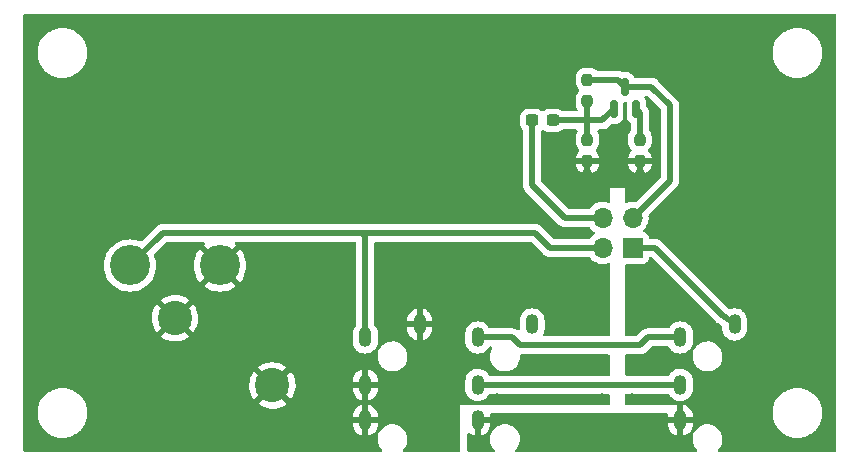
<source format=gbr>
%TF.GenerationSoftware,KiCad,Pcbnew,6.0.7-f9a2dced07~116~ubuntu20.04.1*%
%TF.CreationDate,2022-08-02T17:22:42-07:00*%
%TF.ProjectId,MicPreampTest,4d696350-7265-4616-9d70-546573742e6b,rev?*%
%TF.SameCoordinates,Original*%
%TF.FileFunction,Copper,L1,Top*%
%TF.FilePolarity,Positive*%
%FSLAX46Y46*%
G04 Gerber Fmt 4.6, Leading zero omitted, Abs format (unit mm)*
G04 Created by KiCad (PCBNEW 6.0.7-f9a2dced07~116~ubuntu20.04.1) date 2022-08-02 17:22:42*
%MOMM*%
%LPD*%
G01*
G04 APERTURE LIST*
G04 Aperture macros list*
%AMRoundRect*
0 Rectangle with rounded corners*
0 $1 Rounding radius*
0 $2 $3 $4 $5 $6 $7 $8 $9 X,Y pos of 4 corners*
0 Add a 4 corners polygon primitive as box body*
4,1,4,$2,$3,$4,$5,$6,$7,$8,$9,$2,$3,0*
0 Add four circle primitives for the rounded corners*
1,1,$1+$1,$2,$3*
1,1,$1+$1,$4,$5*
1,1,$1+$1,$6,$7*
1,1,$1+$1,$8,$9*
0 Add four rect primitives between the rounded corners*
20,1,$1+$1,$2,$3,$4,$5,0*
20,1,$1+$1,$4,$5,$6,$7,0*
20,1,$1+$1,$6,$7,$8,$9,0*
20,1,$1+$1,$8,$9,$2,$3,0*%
G04 Aperture macros list end*
%TA.AperFunction,ComponentPad*%
%ADD10R,1.700000X1.700000*%
%TD*%
%TA.AperFunction,ComponentPad*%
%ADD11O,1.700000X1.700000*%
%TD*%
%TA.AperFunction,SMDPad,CuDef*%
%ADD12RoundRect,0.237500X-0.237500X0.250000X-0.237500X-0.250000X0.237500X-0.250000X0.237500X0.250000X0*%
%TD*%
%TA.AperFunction,SMDPad,CuDef*%
%ADD13RoundRect,0.150000X0.150000X-0.587500X0.150000X0.587500X-0.150000X0.587500X-0.150000X-0.587500X0*%
%TD*%
%TA.AperFunction,ComponentPad*%
%ADD14O,1.100000X1.700000*%
%TD*%
%TA.AperFunction,ComponentPad*%
%ADD15C,3.400000*%
%TD*%
%TA.AperFunction,ComponentPad*%
%ADD16C,2.900000*%
%TD*%
%TA.AperFunction,SMDPad,CuDef*%
%ADD17RoundRect,0.237500X-0.300000X-0.237500X0.300000X-0.237500X0.300000X0.237500X-0.300000X0.237500X0*%
%TD*%
%TA.AperFunction,ViaPad*%
%ADD18C,0.800000*%
%TD*%
%TA.AperFunction,Conductor*%
%ADD19C,0.508000*%
%TD*%
G04 APERTURE END LIST*
D10*
%TO.P,J2,1,Pin_1*%
%TO.N,Mic HIS*%
X134625000Y-77475000D03*
D11*
%TO.P,J2,2,Pin_2*%
%TO.N,Mic In*%
X132085000Y-77475000D03*
%TO.P,J2,3,Pin_3*%
%TO.N,Amp Out*%
X134625000Y-74935000D03*
%TO.P,J2,4,Pin_4*%
%TO.N,Amp In*%
X132085000Y-74935000D03*
%TD*%
D12*
%TO.P,R3,1*%
%TO.N,Net-(Q1-Pad2)*%
X135255000Y-68302500D03*
%TO.P,R3,2*%
%TO.N,GND*%
X135255000Y-70127500D03*
%TD*%
%TO.P,R2,1*%
%TO.N,Net-(C1-Pad2)*%
X130810000Y-68302500D03*
%TO.P,R2,2*%
%TO.N,GND*%
X130810000Y-70127500D03*
%TD*%
%TO.P,R1,1*%
%TO.N,Amp Out*%
X130810000Y-63222500D03*
%TO.P,R1,2*%
%TO.N,Net-(C1-Pad2)*%
X130810000Y-65047500D03*
%TD*%
D13*
%TO.P,Q1,1,B*%
%TO.N,Net-(C1-Pad2)*%
X133035000Y-65707500D03*
%TO.P,Q1,2,E*%
%TO.N,Net-(Q1-Pad2)*%
X134935000Y-65707500D03*
%TO.P,Q1,3,C*%
%TO.N,Amp Out*%
X133985000Y-63832500D03*
%TD*%
D14*
%TO.P,J5,R2*%
%TO.N,GND*%
X112000000Y-92050000D03*
%TO.P,J5,R1*%
X112000000Y-89050000D03*
%TO.P,J5,T*%
%TO.N,Mic In*%
X112000000Y-85050000D03*
%TO.P,J5,S*%
%TO.N,GND*%
X116600000Y-83950000D03*
%TD*%
%TO.P,J4,R2*%
%TO.N,GND*%
X138670000Y-92050000D03*
%TO.P,J4,R1*%
%TO.N,Net-(J3-PadR1)*%
X138670000Y-89050000D03*
%TO.P,J4,T*%
%TO.N,Net-(J3-PadT)*%
X138670000Y-85050000D03*
%TO.P,J4,S*%
%TO.N,Mic HIS*%
X143270000Y-83950000D03*
%TD*%
%TO.P,J3,R2*%
%TO.N,GND*%
X121525000Y-92050000D03*
%TO.P,J3,R1*%
%TO.N,Net-(J3-PadR1)*%
X121525000Y-89050000D03*
%TO.P,J3,T*%
%TO.N,Net-(J3-PadT)*%
X121525000Y-85050000D03*
%TO.P,J3,S*%
%TO.N,unconnected-(J3-PadS)*%
X126125000Y-83950000D03*
%TD*%
D15*
%TO.P,J1,1*%
%TO.N,GND*%
X99695000Y-78960000D03*
%TO.P,J1,2*%
%TO.N,Mic In*%
X92075000Y-78960000D03*
D16*
%TO.P,J1,3*%
%TO.N,GND*%
X95885000Y-83410000D03*
%TO.P,J1,G*%
X104135000Y-89120000D03*
%TD*%
D17*
%TO.P,C1,1*%
%TO.N,Amp In*%
X126137500Y-66675000D03*
%TO.P,C1,2*%
%TO.N,Net-(C1-Pad2)*%
X127862500Y-66675000D03*
%TD*%
D18*
%TO.N,GND*%
X89535000Y-78105000D03*
X91440000Y-81915000D03*
X94615000Y-78105000D03*
X111760000Y-86995000D03*
X113665000Y-84455000D03*
X123190000Y-90170000D03*
X140335000Y-83820000D03*
X127635000Y-84455000D03*
X125730000Y-77470000D03*
X121285000Y-83185000D03*
X121285000Y-86995000D03*
X138430000Y-86995000D03*
X125730000Y-86995000D03*
X129565000Y-92050000D03*
X134620000Y-90170000D03*
X132080000Y-90170000D03*
X129540000Y-61595000D03*
X139065000Y-73025000D03*
X139065000Y-67945000D03*
X124460000Y-66675000D03*
X125730000Y-74295000D03*
X116205000Y-74930000D03*
X107315000Y-74930000D03*
X99695000Y-74930000D03*
X92710000Y-76200000D03*
X88900000Y-58420000D03*
X95250000Y-58420000D03*
X101600000Y-58420000D03*
X107950000Y-58420000D03*
X114300000Y-58420000D03*
X120650000Y-58420000D03*
X127000000Y-58420000D03*
X133350000Y-58420000D03*
X139700000Y-58420000D03*
X146050000Y-58420000D03*
X151130000Y-63500000D03*
X151130000Y-69850000D03*
X151130000Y-76200000D03*
X151130000Y-82550000D03*
X151130000Y-88900000D03*
X133350000Y-93980000D03*
X107950000Y-93980000D03*
X101600000Y-93980000D03*
X95250000Y-93980000D03*
X88900000Y-93980000D03*
X83820000Y-88900000D03*
X83820000Y-82550000D03*
X83820000Y-76200000D03*
X83820000Y-69850000D03*
X83820000Y-63500000D03*
X83820000Y-93980000D03*
X83820000Y-58420000D03*
X151130000Y-58420000D03*
X151130000Y-93980000D03*
X112395000Y-93980000D03*
X119380000Y-93980000D03*
X116205000Y-93980000D03*
X142875000Y-93980000D03*
X139065000Y-93980000D03*
X125730000Y-93980000D03*
X121285000Y-93980000D03*
X135255000Y-62230000D03*
X128905000Y-65405000D03*
X127635000Y-68580000D03*
X136525000Y-66040000D03*
X133985000Y-67310000D03*
X130810000Y-73660000D03*
X134620000Y-73025000D03*
X136525000Y-76200000D03*
X130810000Y-76200000D03*
X134620000Y-79375000D03*
X132080000Y-79375000D03*
X110490000Y-78105000D03*
X113665000Y-78105000D03*
X134620000Y-84455000D03*
X132080000Y-84455000D03*
X132080000Y-87630000D03*
X134620000Y-87630000D03*
X130810000Y-71120000D03*
X135255000Y-71120000D03*
%TD*%
D19*
%TO.N,GND*%
X129565000Y-92050000D02*
X121525000Y-92050000D01*
%TO.N,Mic HIS*%
X134625000Y-77475000D02*
X136530000Y-77475000D01*
X136530000Y-77475000D02*
X142240000Y-83185000D01*
X142240000Y-83185000D02*
X143270000Y-83950000D01*
%TO.N,Mic In*%
X111760000Y-76200000D02*
X126365000Y-76200000D01*
X126365000Y-76200000D02*
X127640000Y-77475000D01*
X127640000Y-77475000D02*
X132085000Y-77475000D01*
%TO.N,Amp Out*%
X134625000Y-74935000D02*
X137795000Y-71765000D01*
X137795000Y-71765000D02*
X137795000Y-65405000D01*
X137795000Y-65405000D02*
X136222500Y-63832500D01*
X136222500Y-63832500D02*
X133985000Y-63832500D01*
%TO.N,Amp In*%
X126137500Y-66675000D02*
X126137500Y-72162500D01*
X126137500Y-72162500D02*
X128910000Y-74935000D01*
X128910000Y-74935000D02*
X132085000Y-74935000D01*
%TO.N,GND*%
X138670000Y-92050000D02*
X129565000Y-92050000D01*
X135255000Y-70127500D02*
X135255000Y-71120000D01*
X130810000Y-70127500D02*
X130810000Y-71120000D01*
%TO.N,Mic In*%
X111760000Y-76200000D02*
X94835000Y-76200000D01*
X112000000Y-85050000D02*
X112000000Y-76440000D01*
X112000000Y-76440000D02*
X111760000Y-76200000D01*
X94835000Y-76200000D02*
X92075000Y-78960000D01*
%TO.N,Net-(J3-PadR1)*%
X121525000Y-89050000D02*
X138670000Y-89050000D01*
%TO.N,Net-(J3-PadT)*%
X125095000Y-85725000D02*
X135255000Y-85725000D01*
X121525000Y-85050000D02*
X124420000Y-85050000D01*
X124420000Y-85050000D02*
X125095000Y-85725000D01*
X135255000Y-85725000D02*
X135930000Y-85050000D01*
X135930000Y-85050000D02*
X138670000Y-85050000D01*
%TO.N,Net-(Q1-Pad2)*%
X135255000Y-68302500D02*
X135255000Y-66027500D01*
X135255000Y-66027500D02*
X134935000Y-65707500D01*
%TO.N,Amp Out*%
X130810000Y-63222500D02*
X133375000Y-63222500D01*
X133375000Y-63222500D02*
X133985000Y-63832500D01*
%TO.N,Net-(C1-Pad2)*%
X130810000Y-66675000D02*
X132067500Y-66675000D01*
X132067500Y-66675000D02*
X133035000Y-65707500D01*
X130810000Y-68302500D02*
X130810000Y-66675000D01*
X130810000Y-66675000D02*
X130810000Y-65047500D01*
X127862500Y-66675000D02*
X130810000Y-66675000D01*
%TD*%
%TA.AperFunction,Conductor*%
%TO.N,GND*%
G36*
X151833621Y-57678502D02*
G01*
X151880114Y-57732158D01*
X151891500Y-57784500D01*
X151891500Y-94615500D01*
X151871498Y-94683621D01*
X151817842Y-94730114D01*
X151765500Y-94741500D01*
X141962417Y-94741500D01*
X141894296Y-94721498D01*
X141847803Y-94667842D01*
X141837699Y-94597568D01*
X141871933Y-94527815D01*
X141948089Y-94449229D01*
X141948091Y-94449226D01*
X141951992Y-94445201D01*
X142077290Y-94258738D01*
X142167588Y-94053033D01*
X142220032Y-93834589D01*
X142232963Y-93610310D01*
X142205975Y-93387285D01*
X142139918Y-93172565D01*
X142109398Y-93113432D01*
X142039454Y-92977919D01*
X142039454Y-92977918D01*
X142036882Y-92972936D01*
X141900123Y-92794708D01*
X141733964Y-92643515D01*
X141729217Y-92640537D01*
X141729214Y-92640535D01*
X141548405Y-92527115D01*
X141543656Y-92524136D01*
X141335217Y-92440344D01*
X141115233Y-92394787D01*
X141110622Y-92394521D01*
X141110621Y-92394521D01*
X141060048Y-92391605D01*
X141060044Y-92391605D01*
X141058225Y-92391500D01*
X140913001Y-92391500D01*
X140910214Y-92391749D01*
X140910208Y-92391749D01*
X140840071Y-92398009D01*
X140746238Y-92406383D01*
X140740824Y-92407864D01*
X140740819Y-92407865D01*
X140626262Y-92439205D01*
X140529549Y-92465663D01*
X140524491Y-92468075D01*
X140524487Y-92468077D01*
X140428166Y-92514020D01*
X140326782Y-92562378D01*
X140144346Y-92693471D01*
X139988008Y-92854799D01*
X139862710Y-93041262D01*
X139772412Y-93246967D01*
X139771103Y-93252418D01*
X139771102Y-93252422D01*
X139741746Y-93374698D01*
X139719968Y-93465411D01*
X139707037Y-93689690D01*
X139734025Y-93912715D01*
X139800082Y-94127435D01*
X139802652Y-94132415D01*
X139802654Y-94132419D01*
X139867852Y-94258738D01*
X139903118Y-94327064D01*
X140039877Y-94505292D01*
X140044016Y-94509058D01*
X140044025Y-94509068D01*
X140058575Y-94522307D01*
X140095497Y-94582947D01*
X140093774Y-94653923D01*
X140053951Y-94712700D01*
X139988674Y-94740616D01*
X139973775Y-94741500D01*
X124817417Y-94741500D01*
X124749296Y-94721498D01*
X124702803Y-94667842D01*
X124692699Y-94597568D01*
X124726933Y-94527815D01*
X124803089Y-94449229D01*
X124803091Y-94449226D01*
X124806992Y-94445201D01*
X124932290Y-94258738D01*
X125022588Y-94053033D01*
X125075032Y-93834589D01*
X125087963Y-93610310D01*
X125060975Y-93387285D01*
X124994918Y-93172565D01*
X124964398Y-93113432D01*
X124894454Y-92977919D01*
X124894454Y-92977918D01*
X124891882Y-92972936D01*
X124755123Y-92794708D01*
X124588964Y-92643515D01*
X124584217Y-92640537D01*
X124584214Y-92640535D01*
X124403405Y-92527115D01*
X124398656Y-92524136D01*
X124190217Y-92440344D01*
X123991175Y-92399124D01*
X137612000Y-92399124D01*
X137612301Y-92405272D01*
X137626527Y-92550361D01*
X137628910Y-92562396D01*
X137685317Y-92749223D01*
X137689992Y-92760565D01*
X137781612Y-92932879D01*
X137788399Y-92943095D01*
X137911747Y-93094335D01*
X137920391Y-93103039D01*
X138070763Y-93227438D01*
X138080931Y-93234297D01*
X138252607Y-93327121D01*
X138263907Y-93331871D01*
X138398693Y-93373595D01*
X138412795Y-93373801D01*
X138416000Y-93367045D01*
X138416000Y-93360047D01*
X138924000Y-93360047D01*
X138927973Y-93373578D01*
X138935768Y-93374698D01*
X139062342Y-93337446D01*
X139073710Y-93332853D01*
X139246666Y-93242434D01*
X139256928Y-93235718D01*
X139409020Y-93113432D01*
X139417786Y-93104848D01*
X139543236Y-92955344D01*
X139550160Y-92945233D01*
X139644184Y-92774202D01*
X139649012Y-92762938D01*
X139708025Y-92576905D01*
X139710573Y-92564916D01*
X139727607Y-92413053D01*
X139728000Y-92406029D01*
X139728000Y-92322115D01*
X139723525Y-92306876D01*
X139722135Y-92305671D01*
X139714452Y-92304000D01*
X138942115Y-92304000D01*
X138926876Y-92308475D01*
X138925671Y-92309865D01*
X138924000Y-92317548D01*
X138924000Y-93360047D01*
X138416000Y-93360047D01*
X138416000Y-92322115D01*
X138411525Y-92306876D01*
X138410135Y-92305671D01*
X138402452Y-92304000D01*
X137630115Y-92304000D01*
X137614876Y-92308475D01*
X137613671Y-92309865D01*
X137612000Y-92317548D01*
X137612000Y-92399124D01*
X123991175Y-92399124D01*
X123970233Y-92394787D01*
X123965622Y-92394521D01*
X123965621Y-92394521D01*
X123915048Y-92391605D01*
X123915044Y-92391605D01*
X123913225Y-92391500D01*
X123768001Y-92391500D01*
X123765214Y-92391749D01*
X123765208Y-92391749D01*
X123695071Y-92398009D01*
X123601238Y-92406383D01*
X123595824Y-92407864D01*
X123595819Y-92407865D01*
X123481262Y-92439205D01*
X123384549Y-92465663D01*
X123379491Y-92468075D01*
X123379487Y-92468077D01*
X123283166Y-92514020D01*
X123181782Y-92562378D01*
X122999346Y-92693471D01*
X122843008Y-92854799D01*
X122717710Y-93041262D01*
X122627412Y-93246967D01*
X122626103Y-93252418D01*
X122626102Y-93252422D01*
X122596746Y-93374698D01*
X122574968Y-93465411D01*
X122562037Y-93689690D01*
X122589025Y-93912715D01*
X122655082Y-94127435D01*
X122657652Y-94132415D01*
X122657654Y-94132419D01*
X122722852Y-94258738D01*
X122758118Y-94327064D01*
X122894877Y-94505292D01*
X122899016Y-94509058D01*
X122899025Y-94509068D01*
X122913575Y-94522307D01*
X122950497Y-94582947D01*
X122948774Y-94653923D01*
X122908951Y-94712700D01*
X122843674Y-94740616D01*
X122828775Y-94741500D01*
X120776000Y-94741500D01*
X120707879Y-94721498D01*
X120661386Y-94667842D01*
X120650000Y-94615500D01*
X120650000Y-93267070D01*
X120670002Y-93198949D01*
X120723658Y-93152456D01*
X120793932Y-93142352D01*
X120856316Y-93169986D01*
X120925763Y-93227438D01*
X120935931Y-93234297D01*
X121107607Y-93327121D01*
X121118907Y-93331871D01*
X121253693Y-93373595D01*
X121267795Y-93373801D01*
X121271000Y-93367045D01*
X121271000Y-93360047D01*
X121779000Y-93360047D01*
X121782973Y-93373578D01*
X121790768Y-93374698D01*
X121917342Y-93337446D01*
X121928710Y-93332853D01*
X122101666Y-93242434D01*
X122111928Y-93235718D01*
X122264020Y-93113432D01*
X122272786Y-93104848D01*
X122398236Y-92955344D01*
X122405160Y-92945233D01*
X122499184Y-92774202D01*
X122504012Y-92762938D01*
X122563025Y-92576905D01*
X122565573Y-92564916D01*
X122582607Y-92413053D01*
X122583000Y-92406029D01*
X122583000Y-92322115D01*
X122578525Y-92306876D01*
X122577135Y-92305671D01*
X122569452Y-92304000D01*
X121797115Y-92304000D01*
X121781876Y-92308475D01*
X121780671Y-92309865D01*
X121779000Y-92317548D01*
X121779000Y-93360047D01*
X121271000Y-93360047D01*
X121271000Y-91566000D01*
X121291002Y-91497879D01*
X121344658Y-91451386D01*
X121397000Y-91440000D01*
X121653000Y-91440000D01*
X121721121Y-91460002D01*
X121767614Y-91513658D01*
X121779000Y-91566000D01*
X121779000Y-91777885D01*
X121783475Y-91793124D01*
X121784865Y-91794329D01*
X121792548Y-91796000D01*
X122564885Y-91796000D01*
X122580124Y-91791525D01*
X122581329Y-91790135D01*
X122583000Y-91782452D01*
X122583000Y-91700876D01*
X122582700Y-91694730D01*
X122571283Y-91578296D01*
X122584542Y-91508548D01*
X122633405Y-91457041D01*
X122696682Y-91440000D01*
X137499168Y-91440000D01*
X137567289Y-91460002D01*
X137613782Y-91513658D01*
X137624383Y-91580044D01*
X137612393Y-91686945D01*
X137612000Y-91693971D01*
X137612000Y-91777885D01*
X137616475Y-91793124D01*
X137617865Y-91794329D01*
X137625548Y-91796000D01*
X138397885Y-91796000D01*
X138413124Y-91791525D01*
X138414329Y-91790135D01*
X138416000Y-91782452D01*
X138416000Y-91777885D01*
X138924000Y-91777885D01*
X138928475Y-91793124D01*
X138929865Y-91794329D01*
X138937548Y-91796000D01*
X139709885Y-91796000D01*
X139725124Y-91791525D01*
X139726329Y-91790135D01*
X139728000Y-91782452D01*
X139728000Y-91700876D01*
X139727699Y-91694728D01*
X139715734Y-91572703D01*
X146480743Y-91572703D01*
X146518268Y-91857734D01*
X146594129Y-92135036D01*
X146595813Y-92138984D01*
X146703566Y-92391605D01*
X146706923Y-92399476D01*
X146854561Y-92646161D01*
X147034313Y-92870528D01*
X147242851Y-93068423D01*
X147476317Y-93236186D01*
X147480112Y-93238195D01*
X147480113Y-93238196D01*
X147501869Y-93249715D01*
X147730392Y-93370712D01*
X148000373Y-93469511D01*
X148281264Y-93530755D01*
X148309841Y-93533004D01*
X148504282Y-93548307D01*
X148504291Y-93548307D01*
X148506739Y-93548500D01*
X148662271Y-93548500D01*
X148664407Y-93548354D01*
X148664418Y-93548354D01*
X148872548Y-93534165D01*
X148872554Y-93534164D01*
X148876825Y-93533873D01*
X148881020Y-93533004D01*
X148881022Y-93533004D01*
X149017583Y-93504724D01*
X149158342Y-93475574D01*
X149429343Y-93379607D01*
X149684812Y-93247750D01*
X149688313Y-93245289D01*
X149688317Y-93245287D01*
X149890715Y-93103039D01*
X149920023Y-93082441D01*
X150042651Y-92968488D01*
X150127479Y-92889661D01*
X150127481Y-92889658D01*
X150130622Y-92886740D01*
X150312713Y-92664268D01*
X150462927Y-92419142D01*
X150578483Y-92155898D01*
X150657244Y-91879406D01*
X150697751Y-91594784D01*
X150697829Y-91580044D01*
X150699235Y-91311583D01*
X150699235Y-91311576D01*
X150699257Y-91307297D01*
X150661732Y-91022266D01*
X150657191Y-91005665D01*
X150618901Y-90865703D01*
X150585871Y-90744964D01*
X150473077Y-90480524D01*
X150325439Y-90233839D01*
X150145687Y-90009472D01*
X150008563Y-89879346D01*
X149940258Y-89814527D01*
X149940255Y-89814525D01*
X149937149Y-89811577D01*
X149703683Y-89643814D01*
X149681843Y-89632250D01*
X149554863Y-89565018D01*
X149449608Y-89509288D01*
X149314617Y-89459888D01*
X149183658Y-89411964D01*
X149183656Y-89411963D01*
X149179627Y-89410489D01*
X148898736Y-89349245D01*
X148867685Y-89346801D01*
X148675718Y-89331693D01*
X148675709Y-89331693D01*
X148673261Y-89331500D01*
X148517729Y-89331500D01*
X148515593Y-89331646D01*
X148515582Y-89331646D01*
X148307452Y-89345835D01*
X148307446Y-89345836D01*
X148303175Y-89346127D01*
X148298980Y-89346996D01*
X148298978Y-89346996D01*
X148162417Y-89375276D01*
X148021658Y-89404426D01*
X147750657Y-89500393D01*
X147495188Y-89632250D01*
X147491687Y-89634711D01*
X147491683Y-89634713D01*
X147481594Y-89641804D01*
X147259977Y-89797559D01*
X147222374Y-89832502D01*
X147089874Y-89955629D01*
X147049378Y-89993260D01*
X146867287Y-90215732D01*
X146717073Y-90460858D01*
X146601517Y-90724102D01*
X146600342Y-90728229D01*
X146600341Y-90728230D01*
X146582792Y-90789836D01*
X146522756Y-91000594D01*
X146482249Y-91285216D01*
X146482227Y-91289505D01*
X146482226Y-91289512D01*
X146480778Y-91566000D01*
X146480743Y-91572703D01*
X139715734Y-91572703D01*
X139713473Y-91549639D01*
X139711090Y-91537604D01*
X139654683Y-91350777D01*
X139650008Y-91339435D01*
X139558388Y-91167121D01*
X139551601Y-91156905D01*
X139428253Y-91005665D01*
X139419609Y-90996961D01*
X139269237Y-90872562D01*
X139259069Y-90865703D01*
X139087393Y-90772879D01*
X139076093Y-90768129D01*
X138941307Y-90726405D01*
X138927205Y-90726199D01*
X138924000Y-90732955D01*
X138924000Y-91777885D01*
X138416000Y-91777885D01*
X138416000Y-91495359D01*
X138424554Y-91466225D01*
X138421493Y-91465559D01*
X138427053Y-91440000D01*
X138430000Y-91440000D01*
X138430000Y-90805000D01*
X138424681Y-90805000D01*
X138421104Y-90792818D01*
X138416000Y-90757320D01*
X138416000Y-90739953D01*
X138412027Y-90726422D01*
X138404232Y-90725302D01*
X138277658Y-90762554D01*
X138266294Y-90767145D01*
X138221311Y-90790662D01*
X138162935Y-90805000D01*
X134111000Y-90805000D01*
X134042879Y-90784998D01*
X133996386Y-90731342D01*
X133985000Y-90679000D01*
X133985000Y-89938500D01*
X134005002Y-89870379D01*
X134058658Y-89823886D01*
X134111000Y-89812500D01*
X137641330Y-89812500D01*
X137709451Y-89832502D01*
X137752581Y-89879346D01*
X137781046Y-89932879D01*
X137784087Y-89938599D01*
X137826285Y-89990339D01*
X137911390Y-90094689D01*
X137911393Y-90094692D01*
X137915285Y-90099464D01*
X137920033Y-90103392D01*
X137920034Y-90103393D01*
X137934391Y-90115270D01*
X138075230Y-90231783D01*
X138080647Y-90234712D01*
X138080650Y-90234714D01*
X138252410Y-90327584D01*
X138252415Y-90327586D01*
X138257830Y-90330514D01*
X138456129Y-90391898D01*
X138462254Y-90392542D01*
X138462255Y-90392542D01*
X138656446Y-90412952D01*
X138656448Y-90412952D01*
X138662575Y-90413596D01*
X138748485Y-90405777D01*
X138863164Y-90395341D01*
X138863167Y-90395340D01*
X138869303Y-90394782D01*
X138875209Y-90393044D01*
X138875213Y-90393043D01*
X139062531Y-90337912D01*
X139062530Y-90337912D01*
X139068440Y-90336173D01*
X139252400Y-90240001D01*
X139414177Y-90109929D01*
X139418441Y-90104848D01*
X139543650Y-89955629D01*
X139547609Y-89950911D01*
X139550573Y-89945519D01*
X139550576Y-89945515D01*
X139644646Y-89774402D01*
X139647613Y-89769005D01*
X139710379Y-89571139D01*
X139711350Y-89562489D01*
X139728107Y-89413087D01*
X139728500Y-89409587D01*
X139728500Y-88697763D01*
X139728129Y-88693971D01*
X139713966Y-88549534D01*
X139713965Y-88549531D01*
X139713365Y-88543408D01*
X139673526Y-88411454D01*
X139655152Y-88350593D01*
X139655151Y-88350590D01*
X139653368Y-88344685D01*
X139646089Y-88330995D01*
X139558809Y-88166847D01*
X139558808Y-88166845D01*
X139555913Y-88161401D01*
X139507083Y-88101529D01*
X139428610Y-88005311D01*
X139428607Y-88005308D01*
X139424715Y-88000536D01*
X139417770Y-87994790D01*
X139269518Y-87872145D01*
X139269519Y-87872145D01*
X139264770Y-87868217D01*
X139259353Y-87865288D01*
X139259350Y-87865286D01*
X139087590Y-87772416D01*
X139087585Y-87772414D01*
X139082170Y-87769486D01*
X138883871Y-87708102D01*
X138877746Y-87707458D01*
X138877745Y-87707458D01*
X138683554Y-87687048D01*
X138683552Y-87687048D01*
X138677425Y-87686404D01*
X138591515Y-87694223D01*
X138476836Y-87704659D01*
X138476833Y-87704660D01*
X138470697Y-87705218D01*
X138464791Y-87706956D01*
X138464787Y-87706957D01*
X138360597Y-87737622D01*
X138271560Y-87763827D01*
X138087600Y-87859999D01*
X137925823Y-87990071D01*
X137921865Y-87994788D01*
X137921863Y-87994790D01*
X137917042Y-88000536D01*
X137792391Y-88149089D01*
X137789425Y-88154485D01*
X137789419Y-88154493D01*
X137752196Y-88222201D01*
X137701851Y-88272260D01*
X137641782Y-88287500D01*
X134111000Y-88287500D01*
X134042879Y-88267498D01*
X133996386Y-88213842D01*
X133985000Y-88161500D01*
X133985000Y-86689690D01*
X139707037Y-86689690D01*
X139734025Y-86912715D01*
X139800082Y-87127435D01*
X139802652Y-87132415D01*
X139802654Y-87132419D01*
X139867852Y-87258738D01*
X139903118Y-87327064D01*
X140039877Y-87505292D01*
X140206036Y-87656485D01*
X140210783Y-87659463D01*
X140210786Y-87659465D01*
X140390847Y-87772416D01*
X140396344Y-87775864D01*
X140604783Y-87859656D01*
X140824767Y-87905213D01*
X140829378Y-87905479D01*
X140829379Y-87905479D01*
X140879952Y-87908395D01*
X140879956Y-87908395D01*
X140881775Y-87908500D01*
X141026999Y-87908500D01*
X141029786Y-87908251D01*
X141029792Y-87908251D01*
X141099929Y-87901991D01*
X141193762Y-87893617D01*
X141199176Y-87892136D01*
X141199181Y-87892135D01*
X141327080Y-87857145D01*
X141410451Y-87834337D01*
X141415509Y-87831925D01*
X141415513Y-87831923D01*
X141533042Y-87775864D01*
X141613218Y-87737622D01*
X141795654Y-87606529D01*
X141951992Y-87445201D01*
X142077290Y-87258738D01*
X142167588Y-87053033D01*
X142220032Y-86834589D01*
X142232963Y-86610310D01*
X142205975Y-86387285D01*
X142139918Y-86172565D01*
X142107590Y-86109929D01*
X142039454Y-85977919D01*
X142039454Y-85977918D01*
X142036882Y-85972936D01*
X141900123Y-85794708D01*
X141733964Y-85643515D01*
X141729217Y-85640537D01*
X141729214Y-85640535D01*
X141548405Y-85527115D01*
X141543656Y-85524136D01*
X141335217Y-85440344D01*
X141115233Y-85394787D01*
X141110622Y-85394521D01*
X141110621Y-85394521D01*
X141060048Y-85391605D01*
X141060044Y-85391605D01*
X141058225Y-85391500D01*
X140913001Y-85391500D01*
X140910214Y-85391749D01*
X140910208Y-85391749D01*
X140840071Y-85398009D01*
X140746238Y-85406383D01*
X140740824Y-85407864D01*
X140740819Y-85407865D01*
X140626262Y-85439205D01*
X140529549Y-85465663D01*
X140524491Y-85468075D01*
X140524487Y-85468077D01*
X140428165Y-85514021D01*
X140326782Y-85562378D01*
X140144346Y-85693471D01*
X140140439Y-85697503D01*
X140026209Y-85815379D01*
X139988008Y-85854799D01*
X139862710Y-86041262D01*
X139772412Y-86246967D01*
X139771103Y-86252418D01*
X139771102Y-86252422D01*
X139730147Y-86423013D01*
X139719968Y-86465411D01*
X139718456Y-86491631D01*
X139711609Y-86610400D01*
X139707037Y-86689690D01*
X133985000Y-86689690D01*
X133985000Y-86613500D01*
X134005002Y-86545379D01*
X134058658Y-86498886D01*
X134111000Y-86487500D01*
X135187624Y-86487500D01*
X135206574Y-86488933D01*
X135220973Y-86491124D01*
X135220979Y-86491124D01*
X135228208Y-86492224D01*
X135235500Y-86491631D01*
X135235503Y-86491631D01*
X135281183Y-86487915D01*
X135291398Y-86487500D01*
X135299525Y-86487500D01*
X135303161Y-86487076D01*
X135303163Y-86487076D01*
X135306615Y-86486673D01*
X135327924Y-86484189D01*
X135332244Y-86483762D01*
X135405426Y-86477809D01*
X135412388Y-86475553D01*
X135418376Y-86474357D01*
X135424333Y-86472949D01*
X135431607Y-86472101D01*
X135438489Y-86469603D01*
X135438493Y-86469602D01*
X135500607Y-86447055D01*
X135504711Y-86445645D01*
X135574575Y-86423013D01*
X135580838Y-86419213D01*
X135586380Y-86416675D01*
X135591856Y-86413933D01*
X135598741Y-86411434D01*
X135635575Y-86387285D01*
X135660132Y-86371185D01*
X135663800Y-86368870D01*
X135726581Y-86330773D01*
X135730786Y-86327059D01*
X135730789Y-86327057D01*
X135735005Y-86323333D01*
X135735031Y-86323362D01*
X135737962Y-86320762D01*
X135741316Y-86317958D01*
X135747435Y-86313946D01*
X135800989Y-86257413D01*
X135803366Y-86254972D01*
X136208933Y-85849405D01*
X136271245Y-85815379D01*
X136298028Y-85812500D01*
X137641330Y-85812500D01*
X137709451Y-85832502D01*
X137752581Y-85879346D01*
X137784087Y-85938599D01*
X137798631Y-85956432D01*
X137911390Y-86094689D01*
X137911393Y-86094692D01*
X137915285Y-86099464D01*
X137920033Y-86103392D01*
X137920034Y-86103393D01*
X137997624Y-86167581D01*
X138075230Y-86231783D01*
X138080647Y-86234712D01*
X138080650Y-86234714D01*
X138252410Y-86327584D01*
X138252415Y-86327586D01*
X138257830Y-86330514D01*
X138456129Y-86391898D01*
X138462254Y-86392542D01*
X138462255Y-86392542D01*
X138656446Y-86412952D01*
X138656448Y-86412952D01*
X138662575Y-86413596D01*
X138748485Y-86405777D01*
X138863164Y-86395341D01*
X138863167Y-86395340D01*
X138869303Y-86394782D01*
X138875209Y-86393044D01*
X138875213Y-86393043D01*
X139062531Y-86337912D01*
X139062530Y-86337912D01*
X139068440Y-86336173D01*
X139252400Y-86240001D01*
X139414177Y-86109929D01*
X139419662Y-86103393D01*
X139543650Y-85955629D01*
X139547609Y-85950911D01*
X139550573Y-85945519D01*
X139550576Y-85945515D01*
X139644646Y-85774402D01*
X139647613Y-85769005D01*
X139710379Y-85571139D01*
X139711350Y-85562489D01*
X139728107Y-85413087D01*
X139728500Y-85409587D01*
X139728500Y-84697763D01*
X139727780Y-84690413D01*
X139713966Y-84549534D01*
X139713965Y-84549531D01*
X139713365Y-84543408D01*
X139659150Y-84363837D01*
X139655152Y-84350593D01*
X139655151Y-84350590D01*
X139653368Y-84344685D01*
X139649212Y-84336868D01*
X139558809Y-84166847D01*
X139558807Y-84166844D01*
X139555913Y-84161401D01*
X139452145Y-84034168D01*
X139428610Y-84005311D01*
X139428607Y-84005308D01*
X139424715Y-84000536D01*
X139417770Y-83994790D01*
X139269518Y-83872145D01*
X139269519Y-83872145D01*
X139264770Y-83868217D01*
X139259353Y-83865288D01*
X139259350Y-83865286D01*
X139087590Y-83772416D01*
X139087585Y-83772414D01*
X139082170Y-83769486D01*
X138883871Y-83708102D01*
X138877746Y-83707458D01*
X138877745Y-83707458D01*
X138683554Y-83687048D01*
X138683552Y-83687048D01*
X138677425Y-83686404D01*
X138621156Y-83691525D01*
X138476836Y-83704659D01*
X138476833Y-83704660D01*
X138470697Y-83705218D01*
X138464791Y-83706956D01*
X138464787Y-83706957D01*
X138340238Y-83743614D01*
X138271560Y-83763827D01*
X138087600Y-83859999D01*
X137925823Y-83990071D01*
X137921865Y-83994788D01*
X137921863Y-83994790D01*
X137907500Y-84011907D01*
X137792391Y-84149089D01*
X137789425Y-84154485D01*
X137789419Y-84154493D01*
X137752196Y-84222201D01*
X137701851Y-84272260D01*
X137641782Y-84287500D01*
X135997368Y-84287500D01*
X135978420Y-84286067D01*
X135971033Y-84284943D01*
X135964024Y-84283877D01*
X135964022Y-84283877D01*
X135956792Y-84282777D01*
X135949500Y-84283370D01*
X135949497Y-84283370D01*
X135903825Y-84287085D01*
X135893611Y-84287500D01*
X135885475Y-84287500D01*
X135857056Y-84290814D01*
X135852729Y-84291241D01*
X135817987Y-84294067D01*
X135786874Y-84296597D01*
X135786872Y-84296597D01*
X135779574Y-84297191D01*
X135772607Y-84299448D01*
X135766607Y-84300647D01*
X135760667Y-84302051D01*
X135753393Y-84302899D01*
X135746511Y-84305397D01*
X135746507Y-84305398D01*
X135684393Y-84327945D01*
X135680289Y-84329355D01*
X135610425Y-84351987D01*
X135604162Y-84355787D01*
X135598620Y-84358325D01*
X135593144Y-84361067D01*
X135586259Y-84363566D01*
X135580135Y-84367581D01*
X135524868Y-84403815D01*
X135521200Y-84406130D01*
X135458419Y-84444227D01*
X135454212Y-84447943D01*
X135454208Y-84447946D01*
X135449995Y-84451668D01*
X135449969Y-84451638D01*
X135447041Y-84454236D01*
X135443687Y-84457040D01*
X135437565Y-84461054D01*
X135411365Y-84488712D01*
X135384014Y-84517584D01*
X135381636Y-84520027D01*
X134976066Y-84925596D01*
X134913754Y-84959621D01*
X134886971Y-84962500D01*
X134111000Y-84962500D01*
X134042879Y-84942498D01*
X133996386Y-84888842D01*
X133985000Y-84836500D01*
X133985000Y-78959500D01*
X134005002Y-78891379D01*
X134058658Y-78844886D01*
X134111000Y-78833500D01*
X135523134Y-78833500D01*
X135585316Y-78826745D01*
X135721705Y-78775615D01*
X135838261Y-78688261D01*
X135925615Y-78571705D01*
X135976745Y-78435316D01*
X135983500Y-78373134D01*
X135983500Y-78363500D01*
X136003502Y-78295379D01*
X136057158Y-78248886D01*
X136109500Y-78237500D01*
X136161972Y-78237500D01*
X136230093Y-78257502D01*
X136251067Y-78274405D01*
X141671269Y-83694607D01*
X141679190Y-83703304D01*
X141709597Y-83739997D01*
X141718188Y-83747244D01*
X141773800Y-83788548D01*
X141776805Y-83790853D01*
X141836600Y-83838160D01*
X141843231Y-83841259D01*
X141847788Y-83844074D01*
X141856691Y-83850113D01*
X142160631Y-84075854D01*
X142203389Y-84132526D01*
X142211500Y-84177004D01*
X142211500Y-84302237D01*
X142211800Y-84305293D01*
X142211800Y-84305300D01*
X142225787Y-84447946D01*
X142226635Y-84456592D01*
X142260039Y-84567233D01*
X142284793Y-84649223D01*
X142286632Y-84655315D01*
X142289527Y-84660760D01*
X142289528Y-84660762D01*
X142381046Y-84832879D01*
X142384087Y-84838599D01*
X142425064Y-84888842D01*
X142511390Y-84994689D01*
X142511393Y-84994692D01*
X142515285Y-84999464D01*
X142520033Y-85003392D01*
X142520034Y-85003393D01*
X142538090Y-85018330D01*
X142675230Y-85131783D01*
X142680647Y-85134712D01*
X142680650Y-85134714D01*
X142852410Y-85227584D01*
X142852415Y-85227586D01*
X142857830Y-85230514D01*
X143056129Y-85291898D01*
X143062254Y-85292542D01*
X143062255Y-85292542D01*
X143256446Y-85312952D01*
X143256448Y-85312952D01*
X143262575Y-85313596D01*
X143348485Y-85305777D01*
X143463164Y-85295341D01*
X143463167Y-85295340D01*
X143469303Y-85294782D01*
X143475209Y-85293044D01*
X143475213Y-85293043D01*
X143662531Y-85237912D01*
X143662530Y-85237912D01*
X143668440Y-85236173D01*
X143852400Y-85140001D01*
X144014177Y-85009929D01*
X144018441Y-85004848D01*
X144143650Y-84855629D01*
X144147609Y-84850911D01*
X144150573Y-84845519D01*
X144150576Y-84845515D01*
X144244646Y-84674402D01*
X144247613Y-84669005D01*
X144310379Y-84471139D01*
X144311350Y-84462489D01*
X144325440Y-84336868D01*
X144328500Y-84309587D01*
X144328500Y-83597763D01*
X144328129Y-83593971D01*
X144313966Y-83449534D01*
X144313965Y-83449531D01*
X144313365Y-83443408D01*
X144273526Y-83311454D01*
X144255152Y-83250593D01*
X144255151Y-83250590D01*
X144253368Y-83244685D01*
X144246089Y-83230995D01*
X144158809Y-83066847D01*
X144158808Y-83066845D01*
X144155913Y-83061401D01*
X144107083Y-83001529D01*
X144028610Y-82905311D01*
X144028607Y-82905308D01*
X144024715Y-82900536D01*
X144017770Y-82894790D01*
X143869518Y-82772145D01*
X143869519Y-82772145D01*
X143864770Y-82768217D01*
X143859353Y-82765288D01*
X143859350Y-82765286D01*
X143687590Y-82672416D01*
X143687585Y-82672414D01*
X143682170Y-82669486D01*
X143483871Y-82608102D01*
X143477746Y-82607458D01*
X143477745Y-82607458D01*
X143283554Y-82587048D01*
X143283552Y-82587048D01*
X143277425Y-82586404D01*
X143191515Y-82594223D01*
X143076836Y-82604659D01*
X143076833Y-82604660D01*
X143070697Y-82605218D01*
X143064791Y-82606956D01*
X143064787Y-82606957D01*
X142976454Y-82632955D01*
X142892830Y-82657567D01*
X142821835Y-82657612D01*
X142782129Y-82637845D01*
X142747007Y-82611759D01*
X142733041Y-82599703D01*
X137116810Y-76983472D01*
X137104423Y-76969059D01*
X137095795Y-76957335D01*
X137091454Y-76951436D01*
X137050945Y-76917021D01*
X137043429Y-76910091D01*
X137037685Y-76904347D01*
X137034811Y-76902073D01*
X137034804Y-76902067D01*
X137015289Y-76886628D01*
X137011885Y-76883837D01*
X136961528Y-76841055D01*
X136961524Y-76841052D01*
X136955949Y-76836316D01*
X136949432Y-76832988D01*
X136944368Y-76829611D01*
X136939144Y-76826384D01*
X136933400Y-76821840D01*
X136907109Y-76809552D01*
X136866918Y-76790768D01*
X136862967Y-76788837D01*
X136804117Y-76758787D01*
X136797596Y-76755457D01*
X136790481Y-76753716D01*
X136784735Y-76751579D01*
X136778952Y-76749655D01*
X136772321Y-76746556D01*
X136700443Y-76731606D01*
X136696171Y-76730639D01*
X136624888Y-76713196D01*
X136619289Y-76712849D01*
X136619285Y-76712848D01*
X136613670Y-76712500D01*
X136613672Y-76712461D01*
X136609771Y-76712228D01*
X136605412Y-76711839D01*
X136598244Y-76710348D01*
X136590927Y-76710546D01*
X136520423Y-76712454D01*
X136517014Y-76712500D01*
X136109500Y-76712500D01*
X136041379Y-76692498D01*
X135994886Y-76638842D01*
X135983500Y-76586500D01*
X135983500Y-76576866D01*
X135976745Y-76514684D01*
X135925615Y-76378295D01*
X135838261Y-76261739D01*
X135721705Y-76174385D01*
X135694905Y-76164338D01*
X135603203Y-76129960D01*
X135546439Y-76087318D01*
X135521739Y-76020756D01*
X135536947Y-75951408D01*
X135558493Y-75922727D01*
X135659435Y-75822137D01*
X135663096Y-75818489D01*
X135749840Y-75697772D01*
X135790435Y-75641277D01*
X135793453Y-75637077D01*
X135795991Y-75631943D01*
X135890136Y-75441453D01*
X135890137Y-75441451D01*
X135892430Y-75436811D01*
X135957370Y-75223069D01*
X135986529Y-75001590D01*
X135988156Y-74935000D01*
X135971300Y-74729975D01*
X135985653Y-74660446D01*
X136007781Y-74630557D01*
X138286528Y-72351810D01*
X138300941Y-72339423D01*
X138312665Y-72330795D01*
X138318564Y-72326454D01*
X138352979Y-72285945D01*
X138359909Y-72278429D01*
X138365653Y-72272685D01*
X138367927Y-72269811D01*
X138367933Y-72269804D01*
X138383372Y-72250289D01*
X138386163Y-72246885D01*
X138428945Y-72196528D01*
X138428948Y-72196524D01*
X138433684Y-72190949D01*
X138437012Y-72184432D01*
X138440389Y-72179368D01*
X138443616Y-72174144D01*
X138448160Y-72168400D01*
X138466821Y-72128473D01*
X138479232Y-72101918D01*
X138481163Y-72097967D01*
X138511213Y-72039117D01*
X138514543Y-72032596D01*
X138516284Y-72025481D01*
X138518421Y-72019735D01*
X138520345Y-72013952D01*
X138523444Y-72007321D01*
X138538394Y-71935443D01*
X138539363Y-71931162D01*
X138555470Y-71865339D01*
X138556804Y-71859888D01*
X138557500Y-71848670D01*
X138557539Y-71848672D01*
X138557772Y-71844771D01*
X138558161Y-71840412D01*
X138559652Y-71833244D01*
X138557546Y-71755423D01*
X138557500Y-71752014D01*
X138557500Y-65472376D01*
X138558933Y-65453426D01*
X138561124Y-65439027D01*
X138561124Y-65439021D01*
X138562224Y-65431792D01*
X138557915Y-65378817D01*
X138557500Y-65368602D01*
X138557500Y-65360475D01*
X138554189Y-65332076D01*
X138553760Y-65327736D01*
X138548402Y-65261867D01*
X138547809Y-65254574D01*
X138545553Y-65247612D01*
X138544357Y-65241624D01*
X138542949Y-65235667D01*
X138542101Y-65228393D01*
X138539603Y-65221511D01*
X138539602Y-65221507D01*
X138517055Y-65159393D01*
X138515645Y-65155289D01*
X138493013Y-65085425D01*
X138489213Y-65079162D01*
X138486675Y-65073620D01*
X138483933Y-65068144D01*
X138481434Y-65061259D01*
X138441185Y-64999868D01*
X138438870Y-64996200D01*
X138400773Y-64933419D01*
X138393333Y-64924995D01*
X138393362Y-64924969D01*
X138390762Y-64922038D01*
X138387958Y-64918684D01*
X138383946Y-64912565D01*
X138327413Y-64859011D01*
X138324972Y-64856634D01*
X136809310Y-63340972D01*
X136796923Y-63326559D01*
X136788295Y-63314835D01*
X136783954Y-63308936D01*
X136743445Y-63274521D01*
X136735929Y-63267591D01*
X136730185Y-63261847D01*
X136727311Y-63259573D01*
X136727304Y-63259567D01*
X136707789Y-63244128D01*
X136704385Y-63241337D01*
X136654028Y-63198555D01*
X136654024Y-63198552D01*
X136648449Y-63193816D01*
X136641932Y-63190488D01*
X136636868Y-63187111D01*
X136631644Y-63183884D01*
X136625900Y-63179340D01*
X136599609Y-63167052D01*
X136559418Y-63148268D01*
X136555467Y-63146337D01*
X136496617Y-63116287D01*
X136490096Y-63112957D01*
X136482981Y-63111216D01*
X136477235Y-63109079D01*
X136471452Y-63107155D01*
X136464821Y-63104056D01*
X136392943Y-63089106D01*
X136388671Y-63088139D01*
X136317388Y-63070696D01*
X136311789Y-63070349D01*
X136311785Y-63070348D01*
X136306170Y-63070000D01*
X136306172Y-63069961D01*
X136302271Y-63069728D01*
X136297912Y-63069339D01*
X136290744Y-63067848D01*
X136283427Y-63068046D01*
X136212923Y-63069954D01*
X136209514Y-63070000D01*
X134864170Y-63070000D01*
X134796049Y-63049998D01*
X134748534Y-62994043D01*
X134746357Y-62989012D01*
X134744145Y-62981399D01*
X134727107Y-62952589D01*
X134663491Y-62845020D01*
X134663489Y-62845017D01*
X134659453Y-62838193D01*
X134541807Y-62720547D01*
X134534983Y-62716511D01*
X134534980Y-62716509D01*
X134405427Y-62639892D01*
X134405428Y-62639892D01*
X134398601Y-62635855D01*
X134390990Y-62633644D01*
X134390988Y-62633643D01*
X134338769Y-62618472D01*
X134238831Y-62589438D01*
X134232426Y-62588934D01*
X134232421Y-62588933D01*
X134203958Y-62586693D01*
X134203950Y-62586693D01*
X134201502Y-62586500D01*
X133840344Y-62586500D01*
X133778576Y-62568963D01*
X133778400Y-62569340D01*
X133733919Y-62548551D01*
X133711918Y-62538268D01*
X133707967Y-62536337D01*
X133662710Y-62513228D01*
X133642596Y-62502957D01*
X133635481Y-62501216D01*
X133629735Y-62499079D01*
X133623952Y-62497155D01*
X133617321Y-62494056D01*
X133545443Y-62479106D01*
X133541171Y-62478139D01*
X133469888Y-62460696D01*
X133464289Y-62460349D01*
X133464285Y-62460348D01*
X133458670Y-62460000D01*
X133458672Y-62459961D01*
X133454771Y-62459728D01*
X133450412Y-62459339D01*
X133443244Y-62457848D01*
X133435927Y-62458046D01*
X133365423Y-62459954D01*
X133362014Y-62460000D01*
X131642193Y-62460000D01*
X131574072Y-62439998D01*
X131553175Y-62423173D01*
X131539640Y-62409661D01*
X131513003Y-62383071D01*
X131364920Y-62291791D01*
X131199809Y-62237026D01*
X131192973Y-62236326D01*
X131192970Y-62236325D01*
X131141474Y-62231049D01*
X131097072Y-62226500D01*
X130522928Y-62226500D01*
X130519682Y-62226837D01*
X130519678Y-62226837D01*
X130425765Y-62236581D01*
X130425761Y-62236582D01*
X130418907Y-62237293D01*
X130412371Y-62239474D01*
X130412369Y-62239474D01*
X130279605Y-62283768D01*
X130253893Y-62292346D01*
X130105969Y-62383884D01*
X130100796Y-62389066D01*
X129988242Y-62501816D01*
X129988238Y-62501821D01*
X129983071Y-62506997D01*
X129979231Y-62513227D01*
X129979230Y-62513228D01*
X129903642Y-62635855D01*
X129891791Y-62655080D01*
X129837026Y-62820191D01*
X129836326Y-62827027D01*
X129836325Y-62827030D01*
X129834482Y-62845020D01*
X129826500Y-62922928D01*
X129826500Y-63522072D01*
X129837293Y-63626093D01*
X129892346Y-63791107D01*
X129983884Y-63939031D01*
X129989066Y-63944204D01*
X130090786Y-64045747D01*
X130124865Y-64108030D01*
X130119862Y-64178850D01*
X130090941Y-64223937D01*
X129988246Y-64326812D01*
X129988242Y-64326817D01*
X129983071Y-64331997D01*
X129979231Y-64338227D01*
X129979230Y-64338228D01*
X129896364Y-64472662D01*
X129891791Y-64480080D01*
X129837026Y-64645191D01*
X129826500Y-64747928D01*
X129826500Y-65347072D01*
X129826837Y-65350318D01*
X129826837Y-65350322D01*
X129827891Y-65360475D01*
X129837293Y-65451093D01*
X129839474Y-65457629D01*
X129839474Y-65457631D01*
X129869455Y-65547494D01*
X129892346Y-65616107D01*
X129956759Y-65720197D01*
X129975597Y-65788649D01*
X129954436Y-65856419D01*
X129899995Y-65901990D01*
X129849615Y-65912500D01*
X128744670Y-65912500D01*
X128676549Y-65892498D01*
X128655659Y-65875679D01*
X128628003Y-65848071D01*
X128517296Y-65779830D01*
X128486150Y-65760631D01*
X128486148Y-65760630D01*
X128479920Y-65756791D01*
X128314809Y-65702026D01*
X128307973Y-65701326D01*
X128307970Y-65701325D01*
X128256474Y-65696049D01*
X128212072Y-65691500D01*
X127512928Y-65691500D01*
X127509682Y-65691837D01*
X127509678Y-65691837D01*
X127415765Y-65701581D01*
X127415761Y-65701582D01*
X127408907Y-65702293D01*
X127402371Y-65704474D01*
X127402369Y-65704474D01*
X127277167Y-65746245D01*
X127243893Y-65757346D01*
X127233090Y-65764031D01*
X127103490Y-65844230D01*
X127095969Y-65848884D01*
X127089077Y-65855788D01*
X127087613Y-65856589D01*
X127085062Y-65858611D01*
X127084716Y-65858174D01*
X127026796Y-65889866D01*
X126955976Y-65884863D01*
X126910890Y-65855944D01*
X126908184Y-65853243D01*
X126903003Y-65848071D01*
X126792296Y-65779830D01*
X126761150Y-65760631D01*
X126761148Y-65760630D01*
X126754920Y-65756791D01*
X126589809Y-65702026D01*
X126582973Y-65701326D01*
X126582970Y-65701325D01*
X126531474Y-65696049D01*
X126487072Y-65691500D01*
X125787928Y-65691500D01*
X125784682Y-65691837D01*
X125784678Y-65691837D01*
X125690765Y-65701581D01*
X125690761Y-65701582D01*
X125683907Y-65702293D01*
X125677371Y-65704474D01*
X125677369Y-65704474D01*
X125552167Y-65746245D01*
X125518893Y-65757346D01*
X125370969Y-65848884D01*
X125365796Y-65854066D01*
X125253242Y-65966816D01*
X125253238Y-65966821D01*
X125248071Y-65971997D01*
X125244231Y-65978227D01*
X125244230Y-65978228D01*
X125184014Y-66075917D01*
X125156791Y-66120080D01*
X125102026Y-66285191D01*
X125091500Y-66387928D01*
X125091500Y-66962072D01*
X125102293Y-67066093D01*
X125157346Y-67231107D01*
X125248884Y-67379031D01*
X125254066Y-67384204D01*
X125254070Y-67384209D01*
X125338017Y-67468009D01*
X125372097Y-67530291D01*
X125375000Y-67557182D01*
X125375000Y-72095124D01*
X125373567Y-72114074D01*
X125371376Y-72128473D01*
X125371376Y-72128479D01*
X125370276Y-72135708D01*
X125370869Y-72143000D01*
X125370869Y-72143003D01*
X125374585Y-72188683D01*
X125375000Y-72198898D01*
X125375000Y-72207025D01*
X125378311Y-72235424D01*
X125378738Y-72239744D01*
X125384691Y-72312926D01*
X125386947Y-72319888D01*
X125388143Y-72325876D01*
X125389551Y-72331833D01*
X125390399Y-72339107D01*
X125392897Y-72345989D01*
X125392898Y-72345993D01*
X125415445Y-72408107D01*
X125416855Y-72412211D01*
X125439487Y-72482075D01*
X125443287Y-72488338D01*
X125445825Y-72493880D01*
X125448567Y-72499356D01*
X125451066Y-72506241D01*
X125455081Y-72512365D01*
X125491315Y-72567632D01*
X125493630Y-72571300D01*
X125531727Y-72634081D01*
X125535441Y-72638286D01*
X125535443Y-72638289D01*
X125539167Y-72642505D01*
X125539138Y-72642531D01*
X125541738Y-72645462D01*
X125544542Y-72648816D01*
X125548554Y-72654935D01*
X125553866Y-72659967D01*
X125605086Y-72708488D01*
X125607528Y-72710866D01*
X128323190Y-75426528D01*
X128335577Y-75440941D01*
X128348546Y-75458564D01*
X128354129Y-75463307D01*
X128389055Y-75492979D01*
X128396571Y-75499909D01*
X128402315Y-75505653D01*
X128405189Y-75507927D01*
X128405196Y-75507933D01*
X128424711Y-75523372D01*
X128428115Y-75526163D01*
X128478472Y-75568945D01*
X128478476Y-75568948D01*
X128484051Y-75573684D01*
X128490568Y-75577012D01*
X128495632Y-75580389D01*
X128500856Y-75583616D01*
X128506600Y-75588160D01*
X128513231Y-75591259D01*
X128573082Y-75619232D01*
X128577033Y-75621163D01*
X128593061Y-75629347D01*
X128642404Y-75654543D01*
X128649519Y-75656284D01*
X128655265Y-75658421D01*
X128661048Y-75660345D01*
X128667679Y-75663444D01*
X128739557Y-75678394D01*
X128743829Y-75679361D01*
X128815112Y-75696804D01*
X128820711Y-75697151D01*
X128820715Y-75697152D01*
X128826330Y-75697500D01*
X128826328Y-75697539D01*
X128830229Y-75697772D01*
X128834588Y-75698161D01*
X128841756Y-75699652D01*
X128849073Y-75699454D01*
X128919577Y-75697546D01*
X128922986Y-75697500D01*
X130890542Y-75697500D01*
X130958663Y-75717502D01*
X130985779Y-75741003D01*
X131052900Y-75818489D01*
X131131250Y-75908938D01*
X131303126Y-76051632D01*
X131364196Y-76087318D01*
X131376445Y-76094476D01*
X131425169Y-76146114D01*
X131438240Y-76215897D01*
X131411509Y-76281669D01*
X131371055Y-76315027D01*
X131358607Y-76321507D01*
X131354474Y-76324610D01*
X131354471Y-76324612D01*
X131184100Y-76452530D01*
X131179965Y-76455635D01*
X131025629Y-76617138D01*
X131022715Y-76621410D01*
X130998092Y-76657505D01*
X130943180Y-76702507D01*
X130894004Y-76712500D01*
X128008028Y-76712500D01*
X127939907Y-76692498D01*
X127918933Y-76675595D01*
X126951810Y-75708472D01*
X126939423Y-75694059D01*
X126930795Y-75682335D01*
X126926454Y-75676436D01*
X126885945Y-75642021D01*
X126878429Y-75635091D01*
X126872685Y-75629347D01*
X126869811Y-75627073D01*
X126869804Y-75627067D01*
X126850289Y-75611628D01*
X126846885Y-75608837D01*
X126796528Y-75566055D01*
X126796524Y-75566052D01*
X126790949Y-75561316D01*
X126784432Y-75557988D01*
X126779368Y-75554611D01*
X126774144Y-75551384D01*
X126768400Y-75546840D01*
X126724159Y-75526163D01*
X126701918Y-75515768D01*
X126697967Y-75513837D01*
X126639117Y-75483787D01*
X126632596Y-75480457D01*
X126625481Y-75478716D01*
X126619735Y-75476579D01*
X126613952Y-75474655D01*
X126607321Y-75471556D01*
X126535443Y-75456606D01*
X126531171Y-75455639D01*
X126459888Y-75438196D01*
X126454289Y-75437849D01*
X126454285Y-75437848D01*
X126448670Y-75437500D01*
X126448672Y-75437461D01*
X126444771Y-75437228D01*
X126440412Y-75436839D01*
X126433244Y-75435348D01*
X126425927Y-75435546D01*
X126355423Y-75437454D01*
X126352014Y-75437500D01*
X111848435Y-75437500D01*
X111837236Y-75437001D01*
X111835406Y-75436838D01*
X111828244Y-75435348D01*
X111758774Y-75437228D01*
X111750423Y-75437454D01*
X111747014Y-75437500D01*
X94902368Y-75437500D01*
X94883420Y-75436067D01*
X94876033Y-75434943D01*
X94869024Y-75433877D01*
X94869022Y-75433877D01*
X94861792Y-75432777D01*
X94854500Y-75433370D01*
X94854497Y-75433370D01*
X94808825Y-75437085D01*
X94798611Y-75437500D01*
X94790475Y-75437500D01*
X94786840Y-75437924D01*
X94786837Y-75437924D01*
X94773065Y-75439530D01*
X94762084Y-75440810D01*
X94757713Y-75441243D01*
X94746701Y-75442138D01*
X94691872Y-75446597D01*
X94691869Y-75446598D01*
X94684573Y-75447191D01*
X94677611Y-75449446D01*
X94671607Y-75450646D01*
X94665660Y-75452052D01*
X94658393Y-75452899D01*
X94606995Y-75471556D01*
X94589388Y-75477947D01*
X94585227Y-75479375D01*
X94522387Y-75499732D01*
X94522382Y-75499734D01*
X94515425Y-75501988D01*
X94509173Y-75505782D01*
X94503598Y-75508334D01*
X94498135Y-75511070D01*
X94491259Y-75513566D01*
X94472046Y-75526163D01*
X94429863Y-75553819D01*
X94426159Y-75556156D01*
X94363419Y-75594228D01*
X94354994Y-75601668D01*
X94354969Y-75601640D01*
X94352044Y-75604234D01*
X94348690Y-75607039D01*
X94342565Y-75611054D01*
X94337530Y-75616369D01*
X94337529Y-75616370D01*
X94289012Y-75667586D01*
X94286634Y-75670028D01*
X93065765Y-76890897D01*
X93003453Y-76924923D01*
X92928452Y-76918211D01*
X92925671Y-76917059D01*
X92921970Y-76915234D01*
X92789574Y-76870291D01*
X92651738Y-76823502D01*
X92651734Y-76823501D01*
X92647828Y-76822175D01*
X92643784Y-76821371D01*
X92643778Y-76821369D01*
X92367929Y-76766500D01*
X92367926Y-76766500D01*
X92363886Y-76765696D01*
X92359775Y-76765427D01*
X92359771Y-76765426D01*
X92079119Y-76747031D01*
X92075000Y-76746761D01*
X92070881Y-76747031D01*
X91790229Y-76765426D01*
X91790225Y-76765427D01*
X91786114Y-76765696D01*
X91782074Y-76766500D01*
X91782071Y-76766500D01*
X91506222Y-76821369D01*
X91506216Y-76821371D01*
X91502172Y-76822175D01*
X91498266Y-76823501D01*
X91498262Y-76823502D01*
X91231936Y-76913908D01*
X91228030Y-76915234D01*
X91224337Y-76917055D01*
X91224335Y-76917056D01*
X91154620Y-76951436D01*
X90968381Y-77043279D01*
X90727665Y-77204119D01*
X90724573Y-77206831D01*
X90724566Y-77206836D01*
X90513239Y-77392167D01*
X90510004Y-77395004D01*
X90507295Y-77398093D01*
X90321836Y-77609566D01*
X90321831Y-77609573D01*
X90319119Y-77612665D01*
X90158279Y-77853381D01*
X90156450Y-77857090D01*
X90032249Y-78108945D01*
X90030234Y-78113030D01*
X90028911Y-78116928D01*
X90028910Y-78116930D01*
X89945211Y-78363500D01*
X89937175Y-78387172D01*
X89936371Y-78391216D01*
X89936369Y-78391222D01*
X89895744Y-78595461D01*
X89880696Y-78671114D01*
X89880427Y-78675225D01*
X89880426Y-78675229D01*
X89869839Y-78836753D01*
X89861761Y-78960000D01*
X89880696Y-79248886D01*
X89881500Y-79252926D01*
X89881500Y-79252929D01*
X89936344Y-79528649D01*
X89937175Y-79532828D01*
X90030234Y-79806970D01*
X90158279Y-80066619D01*
X90319119Y-80307335D01*
X90321831Y-80310427D01*
X90321836Y-80310434D01*
X90507167Y-80521761D01*
X90510004Y-80524996D01*
X90513093Y-80527705D01*
X90724565Y-80713163D01*
X90724571Y-80713168D01*
X90727665Y-80715881D01*
X90968380Y-80876721D01*
X90972079Y-80878545D01*
X90972084Y-80878548D01*
X91223396Y-81002481D01*
X91228030Y-81004766D01*
X91231928Y-81006089D01*
X91231930Y-81006090D01*
X91498262Y-81096498D01*
X91498266Y-81096499D01*
X91502172Y-81097825D01*
X91506216Y-81098629D01*
X91506222Y-81098631D01*
X91782071Y-81153500D01*
X91782074Y-81153500D01*
X91786114Y-81154304D01*
X91790225Y-81154573D01*
X91790229Y-81154574D01*
X92070881Y-81172969D01*
X92075000Y-81173239D01*
X92079119Y-81172969D01*
X92359771Y-81154574D01*
X92359775Y-81154573D01*
X92363886Y-81154304D01*
X92367926Y-81153500D01*
X92367929Y-81153500D01*
X92643778Y-81098631D01*
X92643784Y-81098629D01*
X92647828Y-81097825D01*
X92651734Y-81096499D01*
X92651738Y-81096498D01*
X92918070Y-81006090D01*
X92918072Y-81006089D01*
X92921970Y-81004766D01*
X92926604Y-81002481D01*
X93177916Y-80878548D01*
X93177921Y-80878545D01*
X93181620Y-80876721D01*
X93422335Y-80715881D01*
X93425429Y-80713168D01*
X93425435Y-80713163D01*
X93447943Y-80693424D01*
X98327032Y-80693424D01*
X98333489Y-80702783D01*
X98344871Y-80712765D01*
X98351399Y-80717774D01*
X98585198Y-80873993D01*
X98592335Y-80878114D01*
X98844527Y-81002481D01*
X98852122Y-81005627D01*
X99118391Y-81096014D01*
X99126351Y-81098147D01*
X99402137Y-81153004D01*
X99410295Y-81154078D01*
X99690881Y-81172468D01*
X99699119Y-81172468D01*
X99979705Y-81154078D01*
X99987863Y-81153004D01*
X100263649Y-81098147D01*
X100271609Y-81096014D01*
X100537878Y-81005627D01*
X100545473Y-81002481D01*
X100797665Y-80878114D01*
X100804802Y-80873993D01*
X101038601Y-80717774D01*
X101045129Y-80712765D01*
X101054646Y-80704419D01*
X101063041Y-80691183D01*
X101057206Y-80681416D01*
X99707812Y-79332022D01*
X99693868Y-79324408D01*
X99692035Y-79324539D01*
X99685420Y-79328790D01*
X98334547Y-80679663D01*
X98327032Y-80693424D01*
X93447943Y-80693424D01*
X93636907Y-80527705D01*
X93639996Y-80524996D01*
X93642833Y-80521761D01*
X93828164Y-80310434D01*
X93828169Y-80310427D01*
X93830881Y-80307335D01*
X93991721Y-80066619D01*
X94119766Y-79806970D01*
X94212825Y-79532828D01*
X94213657Y-79528649D01*
X94268500Y-79252929D01*
X94268500Y-79252926D01*
X94269304Y-79248886D01*
X94287969Y-78964119D01*
X97482532Y-78964119D01*
X97500922Y-79244705D01*
X97501996Y-79252863D01*
X97556853Y-79528649D01*
X97558986Y-79536609D01*
X97649373Y-79802878D01*
X97652519Y-79810473D01*
X97776886Y-80062665D01*
X97781007Y-80069802D01*
X97937226Y-80303601D01*
X97942235Y-80310129D01*
X97950581Y-80319646D01*
X97963817Y-80328041D01*
X97973584Y-80322206D01*
X99322978Y-78972812D01*
X99329356Y-78961132D01*
X100059408Y-78961132D01*
X100059539Y-78962965D01*
X100063790Y-78969580D01*
X101414663Y-80320453D01*
X101428424Y-80327968D01*
X101437783Y-80321511D01*
X101447765Y-80310129D01*
X101452774Y-80303601D01*
X101608993Y-80069802D01*
X101613114Y-80062665D01*
X101737481Y-79810473D01*
X101740627Y-79802878D01*
X101831014Y-79536609D01*
X101833147Y-79528649D01*
X101888004Y-79252863D01*
X101889078Y-79244705D01*
X101907468Y-78964119D01*
X101907468Y-78955881D01*
X101889078Y-78675295D01*
X101888004Y-78667137D01*
X101833147Y-78391351D01*
X101831014Y-78383391D01*
X101740627Y-78117122D01*
X101737481Y-78109527D01*
X101613114Y-77857335D01*
X101608993Y-77850198D01*
X101452774Y-77616399D01*
X101447765Y-77609871D01*
X101439419Y-77600354D01*
X101426183Y-77591959D01*
X101416416Y-77597794D01*
X100067022Y-78947188D01*
X100059408Y-78961132D01*
X99329356Y-78961132D01*
X99330592Y-78958868D01*
X99330461Y-78957035D01*
X99326210Y-78950420D01*
X97975337Y-77599547D01*
X97961576Y-77592032D01*
X97952217Y-77598489D01*
X97942235Y-77609871D01*
X97937226Y-77616399D01*
X97781007Y-77850198D01*
X97776886Y-77857335D01*
X97652519Y-78109527D01*
X97649373Y-78117122D01*
X97558986Y-78383391D01*
X97556853Y-78391351D01*
X97501996Y-78667137D01*
X97500922Y-78675295D01*
X97482532Y-78955881D01*
X97482532Y-78964119D01*
X94287969Y-78964119D01*
X94288239Y-78960000D01*
X94280161Y-78836753D01*
X94269574Y-78675229D01*
X94269573Y-78675225D01*
X94269304Y-78671114D01*
X94254256Y-78595461D01*
X94213631Y-78391222D01*
X94213629Y-78391216D01*
X94212825Y-78387172D01*
X94204790Y-78363500D01*
X94150963Y-78204934D01*
X94119766Y-78113030D01*
X94117941Y-78109329D01*
X94116789Y-78106548D01*
X94109200Y-78035958D01*
X94144103Y-77969235D01*
X95113933Y-76999405D01*
X95176245Y-76965379D01*
X95203028Y-76962500D01*
X98294808Y-76962500D01*
X98362929Y-76982502D01*
X98409422Y-77036158D01*
X98419526Y-77106432D01*
X98390032Y-77171012D01*
X98364809Y-77193266D01*
X98351396Y-77202228D01*
X98344871Y-77207235D01*
X98335354Y-77215581D01*
X98326959Y-77228817D01*
X98332794Y-77238584D01*
X99682188Y-78587978D01*
X99696132Y-78595592D01*
X99697965Y-78595461D01*
X99704580Y-78591210D01*
X101055453Y-77240337D01*
X101062968Y-77226576D01*
X101056511Y-77217217D01*
X101045129Y-77207235D01*
X101038604Y-77202228D01*
X101025191Y-77193266D01*
X100979663Y-77138789D01*
X100970814Y-77068346D01*
X101001455Y-77004302D01*
X101061857Y-76966990D01*
X101095192Y-76962500D01*
X111111500Y-76962500D01*
X111179621Y-76982502D01*
X111226114Y-77036158D01*
X111237500Y-77088500D01*
X111237500Y-83966047D01*
X111217498Y-84034168D01*
X111208024Y-84047035D01*
X111122391Y-84149089D01*
X111119427Y-84154481D01*
X111119424Y-84154485D01*
X111036040Y-84306160D01*
X111022387Y-84330995D01*
X110959621Y-84528861D01*
X110958935Y-84534978D01*
X110958934Y-84534982D01*
X110951806Y-84598531D01*
X110941500Y-84690413D01*
X110941500Y-85402237D01*
X110941800Y-85405293D01*
X110941800Y-85405300D01*
X110956034Y-85550466D01*
X110956635Y-85556592D01*
X110982878Y-85643515D01*
X110997961Y-85693471D01*
X111016632Y-85755315D01*
X111019527Y-85760760D01*
X111019528Y-85760762D01*
X111081759Y-85877799D01*
X111114087Y-85938599D01*
X111128631Y-85956432D01*
X111241390Y-86094689D01*
X111241393Y-86094692D01*
X111245285Y-86099464D01*
X111250033Y-86103392D01*
X111250034Y-86103393D01*
X111327624Y-86167581D01*
X111405230Y-86231783D01*
X111410647Y-86234712D01*
X111410650Y-86234714D01*
X111582410Y-86327584D01*
X111582415Y-86327586D01*
X111587830Y-86330514D01*
X111786129Y-86391898D01*
X111792254Y-86392542D01*
X111792255Y-86392542D01*
X111986446Y-86412952D01*
X111986448Y-86412952D01*
X111992575Y-86413596D01*
X112078485Y-86405777D01*
X112193164Y-86395341D01*
X112193167Y-86395340D01*
X112199303Y-86394782D01*
X112205209Y-86393044D01*
X112205213Y-86393043D01*
X112392531Y-86337912D01*
X112392530Y-86337912D01*
X112398440Y-86336173D01*
X112582400Y-86240001D01*
X112744177Y-86109929D01*
X112749662Y-86103393D01*
X112873650Y-85955629D01*
X112877609Y-85950911D01*
X112880573Y-85945519D01*
X112880576Y-85945515D01*
X112974646Y-85774402D01*
X112977613Y-85769005D01*
X113040379Y-85571139D01*
X113041350Y-85562489D01*
X113058107Y-85413087D01*
X113058500Y-85409587D01*
X113058500Y-84697763D01*
X113057780Y-84690413D01*
X113043966Y-84549534D01*
X113043965Y-84549531D01*
X113043365Y-84543408D01*
X112989150Y-84363837D01*
X112985152Y-84350593D01*
X112985151Y-84350590D01*
X112983368Y-84344685D01*
X112977574Y-84333787D01*
X112959143Y-84299124D01*
X115542000Y-84299124D01*
X115542301Y-84305272D01*
X115556527Y-84450361D01*
X115558910Y-84462396D01*
X115615317Y-84649223D01*
X115619992Y-84660565D01*
X115711612Y-84832879D01*
X115718399Y-84843095D01*
X115841747Y-84994335D01*
X115850391Y-85003039D01*
X116000763Y-85127438D01*
X116010931Y-85134297D01*
X116182607Y-85227121D01*
X116193907Y-85231871D01*
X116328693Y-85273595D01*
X116342795Y-85273801D01*
X116346000Y-85267045D01*
X116346000Y-85260047D01*
X116854000Y-85260047D01*
X116857973Y-85273578D01*
X116865768Y-85274698D01*
X116992342Y-85237446D01*
X117003710Y-85232853D01*
X117176666Y-85142434D01*
X117186928Y-85135718D01*
X117339020Y-85013432D01*
X117347786Y-85004848D01*
X117473236Y-84855344D01*
X117480160Y-84845233D01*
X117574184Y-84674202D01*
X117579012Y-84662938D01*
X117638025Y-84476905D01*
X117640573Y-84464916D01*
X117657607Y-84313053D01*
X117658000Y-84306029D01*
X117658000Y-84222115D01*
X117653525Y-84206876D01*
X117652135Y-84205671D01*
X117644452Y-84204000D01*
X116872115Y-84204000D01*
X116856876Y-84208475D01*
X116855671Y-84209865D01*
X116854000Y-84217548D01*
X116854000Y-85260047D01*
X116346000Y-85260047D01*
X116346000Y-84222115D01*
X116341525Y-84206876D01*
X116340135Y-84205671D01*
X116332452Y-84204000D01*
X115560115Y-84204000D01*
X115544876Y-84208475D01*
X115543671Y-84209865D01*
X115542000Y-84217548D01*
X115542000Y-84299124D01*
X112959143Y-84299124D01*
X112888807Y-84166844D01*
X112885913Y-84161401D01*
X112818720Y-84079014D01*
X112790857Y-84044850D01*
X112763303Y-83979419D01*
X112762500Y-83965215D01*
X112762500Y-83677885D01*
X115542000Y-83677885D01*
X115546475Y-83693124D01*
X115547865Y-83694329D01*
X115555548Y-83696000D01*
X116327885Y-83696000D01*
X116343124Y-83691525D01*
X116344329Y-83690135D01*
X116346000Y-83682452D01*
X116346000Y-83677885D01*
X116854000Y-83677885D01*
X116858475Y-83693124D01*
X116859865Y-83694329D01*
X116867548Y-83696000D01*
X117639885Y-83696000D01*
X117655124Y-83691525D01*
X117656329Y-83690135D01*
X117658000Y-83682452D01*
X117658000Y-83600876D01*
X117657699Y-83594728D01*
X117643473Y-83449639D01*
X117641090Y-83437604D01*
X117584683Y-83250777D01*
X117580008Y-83239435D01*
X117488388Y-83067121D01*
X117481601Y-83056905D01*
X117358253Y-82905665D01*
X117349609Y-82896961D01*
X117199237Y-82772562D01*
X117189069Y-82765703D01*
X117017393Y-82672879D01*
X117006093Y-82668129D01*
X116871307Y-82626405D01*
X116857205Y-82626199D01*
X116854000Y-82632955D01*
X116854000Y-83677885D01*
X116346000Y-83677885D01*
X116346000Y-82639953D01*
X116342027Y-82626422D01*
X116334232Y-82625302D01*
X116207658Y-82662554D01*
X116196290Y-82667147D01*
X116023334Y-82757566D01*
X116013072Y-82764282D01*
X115860980Y-82886568D01*
X115852214Y-82895152D01*
X115726764Y-83044656D01*
X115719840Y-83054767D01*
X115625816Y-83225798D01*
X115620988Y-83237062D01*
X115561975Y-83423095D01*
X115559427Y-83435084D01*
X115542393Y-83586947D01*
X115542000Y-83593971D01*
X115542000Y-83677885D01*
X112762500Y-83677885D01*
X112762500Y-77088500D01*
X112782502Y-77020379D01*
X112836158Y-76973886D01*
X112888500Y-76962500D01*
X125996972Y-76962500D01*
X126065093Y-76982502D01*
X126086067Y-76999405D01*
X127053190Y-77966528D01*
X127065577Y-77980941D01*
X127078546Y-77998564D01*
X127084129Y-78003307D01*
X127119055Y-78032979D01*
X127126571Y-78039909D01*
X127132315Y-78045653D01*
X127135189Y-78047927D01*
X127135196Y-78047933D01*
X127154711Y-78063372D01*
X127158115Y-78066163D01*
X127208472Y-78108945D01*
X127208476Y-78108948D01*
X127214051Y-78113684D01*
X127220568Y-78117012D01*
X127225632Y-78120389D01*
X127230856Y-78123616D01*
X127236600Y-78128160D01*
X127243231Y-78131259D01*
X127303082Y-78159232D01*
X127307033Y-78161163D01*
X127372404Y-78194543D01*
X127379519Y-78196284D01*
X127385265Y-78198421D01*
X127391048Y-78200345D01*
X127397679Y-78203444D01*
X127469557Y-78218394D01*
X127473829Y-78219361D01*
X127545112Y-78236804D01*
X127550711Y-78237151D01*
X127550715Y-78237152D01*
X127556330Y-78237500D01*
X127556328Y-78237539D01*
X127560229Y-78237772D01*
X127564588Y-78238161D01*
X127571756Y-78239652D01*
X127579073Y-78239454D01*
X127649577Y-78237546D01*
X127652986Y-78237500D01*
X130890542Y-78237500D01*
X130958663Y-78257502D01*
X130985779Y-78281003D01*
X131081366Y-78391351D01*
X131131250Y-78448938D01*
X131303126Y-78591632D01*
X131496000Y-78704338D01*
X131704692Y-78784030D01*
X131709760Y-78785061D01*
X131709763Y-78785062D01*
X131817017Y-78806883D01*
X131923597Y-78828567D01*
X131928772Y-78828757D01*
X131928774Y-78828757D01*
X132141673Y-78836564D01*
X132141677Y-78836564D01*
X132146837Y-78836753D01*
X132151957Y-78836097D01*
X132151959Y-78836097D01*
X132363288Y-78809025D01*
X132363289Y-78809025D01*
X132368416Y-78808368D01*
X132552792Y-78753052D01*
X132623788Y-78752635D01*
X132683738Y-78790668D01*
X132713610Y-78855074D01*
X132715000Y-78873738D01*
X132715000Y-84836500D01*
X132694998Y-84904621D01*
X132641342Y-84951114D01*
X132589000Y-84962500D01*
X127154317Y-84962500D01*
X127086196Y-84942498D01*
X127039703Y-84888842D01*
X127029599Y-84818568D01*
X127043903Y-84775799D01*
X127099643Y-84674410D01*
X127099648Y-84674398D01*
X127102613Y-84669005D01*
X127165379Y-84471139D01*
X127166350Y-84462489D01*
X127180440Y-84336868D01*
X127183500Y-84309587D01*
X127183500Y-83597763D01*
X127183129Y-83593971D01*
X127168966Y-83449534D01*
X127168965Y-83449531D01*
X127168365Y-83443408D01*
X127128526Y-83311454D01*
X127110152Y-83250593D01*
X127110151Y-83250590D01*
X127108368Y-83244685D01*
X127101089Y-83230995D01*
X127013809Y-83066847D01*
X127013808Y-83066845D01*
X127010913Y-83061401D01*
X126962083Y-83001529D01*
X126883610Y-82905311D01*
X126883607Y-82905308D01*
X126879715Y-82900536D01*
X126872770Y-82894790D01*
X126724518Y-82772145D01*
X126724519Y-82772145D01*
X126719770Y-82768217D01*
X126714353Y-82765288D01*
X126714350Y-82765286D01*
X126542590Y-82672416D01*
X126542585Y-82672414D01*
X126537170Y-82669486D01*
X126338871Y-82608102D01*
X126332746Y-82607458D01*
X126332745Y-82607458D01*
X126138554Y-82587048D01*
X126138552Y-82587048D01*
X126132425Y-82586404D01*
X126046515Y-82594223D01*
X125931836Y-82604659D01*
X125931833Y-82604660D01*
X125925697Y-82605218D01*
X125919791Y-82606956D01*
X125919787Y-82606957D01*
X125831454Y-82632955D01*
X125726560Y-82663827D01*
X125542600Y-82759999D01*
X125380823Y-82890071D01*
X125376865Y-82894788D01*
X125376863Y-82894790D01*
X125372042Y-82900536D01*
X125247391Y-83049089D01*
X125244427Y-83054481D01*
X125244424Y-83054485D01*
X125203430Y-83129053D01*
X125147387Y-83230995D01*
X125084621Y-83428861D01*
X125083935Y-83434978D01*
X125083934Y-83434982D01*
X125083640Y-83437604D01*
X125066500Y-83590413D01*
X125066500Y-84302237D01*
X125066801Y-84305304D01*
X125066801Y-84305310D01*
X125067814Y-84315646D01*
X125054553Y-84385393D01*
X125005689Y-84436899D01*
X124936736Y-84453810D01*
X124869586Y-84430758D01*
X124860834Y-84423962D01*
X124845949Y-84411316D01*
X124839432Y-84407988D01*
X124834368Y-84404611D01*
X124829144Y-84401384D01*
X124823400Y-84396840D01*
X124760797Y-84367581D01*
X124756918Y-84365768D01*
X124752967Y-84363837D01*
X124694117Y-84333787D01*
X124687596Y-84330457D01*
X124680481Y-84328716D01*
X124674735Y-84326579D01*
X124668952Y-84324655D01*
X124662321Y-84321556D01*
X124590443Y-84306606D01*
X124586171Y-84305639D01*
X124514888Y-84288196D01*
X124509289Y-84287849D01*
X124509285Y-84287848D01*
X124503670Y-84287500D01*
X124503672Y-84287461D01*
X124499771Y-84287228D01*
X124495412Y-84286839D01*
X124488244Y-84285348D01*
X124480927Y-84285546D01*
X124410423Y-84287454D01*
X124407014Y-84287500D01*
X122553670Y-84287500D01*
X122485549Y-84267498D01*
X122442419Y-84220654D01*
X122413809Y-84166847D01*
X122413807Y-84166844D01*
X122410913Y-84161401D01*
X122307145Y-84034168D01*
X122283610Y-84005311D01*
X122283607Y-84005308D01*
X122279715Y-84000536D01*
X122272770Y-83994790D01*
X122124518Y-83872145D01*
X122124519Y-83872145D01*
X122119770Y-83868217D01*
X122114353Y-83865288D01*
X122114350Y-83865286D01*
X121942590Y-83772416D01*
X121942585Y-83772414D01*
X121937170Y-83769486D01*
X121738871Y-83708102D01*
X121732746Y-83707458D01*
X121732745Y-83707458D01*
X121538554Y-83687048D01*
X121538552Y-83687048D01*
X121532425Y-83686404D01*
X121476156Y-83691525D01*
X121331836Y-83704659D01*
X121331833Y-83704660D01*
X121325697Y-83705218D01*
X121319791Y-83706956D01*
X121319787Y-83706957D01*
X121195238Y-83743614D01*
X121126560Y-83763827D01*
X120942600Y-83859999D01*
X120780823Y-83990071D01*
X120776865Y-83994788D01*
X120776863Y-83994790D01*
X120762500Y-84011907D01*
X120647391Y-84149089D01*
X120644427Y-84154481D01*
X120644424Y-84154485D01*
X120561040Y-84306160D01*
X120547387Y-84330995D01*
X120484621Y-84528861D01*
X120483935Y-84534978D01*
X120483934Y-84534982D01*
X120476806Y-84598531D01*
X120466500Y-84690413D01*
X120466500Y-85402237D01*
X120466800Y-85405293D01*
X120466800Y-85405300D01*
X120481034Y-85550466D01*
X120481635Y-85556592D01*
X120507878Y-85643515D01*
X120522961Y-85693471D01*
X120541632Y-85755315D01*
X120544527Y-85760760D01*
X120544528Y-85760762D01*
X120606759Y-85877799D01*
X120639087Y-85938599D01*
X120653631Y-85956432D01*
X120766390Y-86094689D01*
X120766393Y-86094692D01*
X120770285Y-86099464D01*
X120775033Y-86103392D01*
X120775034Y-86103393D01*
X120852624Y-86167581D01*
X120930230Y-86231783D01*
X120935647Y-86234712D01*
X120935650Y-86234714D01*
X121107410Y-86327584D01*
X121107415Y-86327586D01*
X121112830Y-86330514D01*
X121311129Y-86391898D01*
X121317254Y-86392542D01*
X121317255Y-86392542D01*
X121511446Y-86412952D01*
X121511448Y-86412952D01*
X121517575Y-86413596D01*
X121603485Y-86405777D01*
X121718164Y-86395341D01*
X121718167Y-86395340D01*
X121724303Y-86394782D01*
X121730209Y-86393044D01*
X121730213Y-86393043D01*
X121917531Y-86337912D01*
X121917530Y-86337912D01*
X121923440Y-86336173D01*
X122107400Y-86240001D01*
X122269177Y-86109929D01*
X122274662Y-86103393D01*
X122398650Y-85955629D01*
X122402609Y-85950911D01*
X122405575Y-85945515D01*
X122405581Y-85945507D01*
X122442804Y-85877799D01*
X122493149Y-85827740D01*
X122553218Y-85812500D01*
X122634958Y-85812500D01*
X122703079Y-85832502D01*
X122749572Y-85886158D01*
X122759676Y-85956432D01*
X122739539Y-86008777D01*
X122717710Y-86041262D01*
X122627412Y-86246967D01*
X122626103Y-86252418D01*
X122626102Y-86252422D01*
X122585147Y-86423013D01*
X122574968Y-86465411D01*
X122573456Y-86491631D01*
X122566609Y-86610400D01*
X122562037Y-86689690D01*
X122589025Y-86912715D01*
X122655082Y-87127435D01*
X122657652Y-87132415D01*
X122657654Y-87132419D01*
X122722852Y-87258738D01*
X122758118Y-87327064D01*
X122894877Y-87505292D01*
X123061036Y-87656485D01*
X123065783Y-87659463D01*
X123065786Y-87659465D01*
X123245847Y-87772416D01*
X123251344Y-87775864D01*
X123459783Y-87859656D01*
X123679767Y-87905213D01*
X123684378Y-87905479D01*
X123684379Y-87905479D01*
X123734952Y-87908395D01*
X123734956Y-87908395D01*
X123736775Y-87908500D01*
X123881999Y-87908500D01*
X123884786Y-87908251D01*
X123884792Y-87908251D01*
X123954929Y-87901991D01*
X124048762Y-87893617D01*
X124054176Y-87892136D01*
X124054181Y-87892135D01*
X124182080Y-87857145D01*
X124265451Y-87834337D01*
X124270509Y-87831925D01*
X124270513Y-87831923D01*
X124388042Y-87775864D01*
X124468218Y-87737622D01*
X124650654Y-87606529D01*
X124806992Y-87445201D01*
X124932290Y-87258738D01*
X125022588Y-87053033D01*
X125075032Y-86834589D01*
X125087963Y-86610310D01*
X125089524Y-86610400D01*
X125105536Y-86548751D01*
X125157701Y-86500591D01*
X125213626Y-86487500D01*
X132589000Y-86487500D01*
X132657121Y-86507502D01*
X132703614Y-86561158D01*
X132715000Y-86613500D01*
X132715000Y-88161500D01*
X132694998Y-88229621D01*
X132641342Y-88276114D01*
X132589000Y-88287500D01*
X122553670Y-88287500D01*
X122485549Y-88267498D01*
X122442419Y-88220654D01*
X122413809Y-88166847D01*
X122413808Y-88166845D01*
X122410913Y-88161401D01*
X122362083Y-88101529D01*
X122283610Y-88005311D01*
X122283607Y-88005308D01*
X122279715Y-88000536D01*
X122272770Y-87994790D01*
X122124518Y-87872145D01*
X122124519Y-87872145D01*
X122119770Y-87868217D01*
X122114353Y-87865288D01*
X122114350Y-87865286D01*
X121942590Y-87772416D01*
X121942585Y-87772414D01*
X121937170Y-87769486D01*
X121738871Y-87708102D01*
X121732746Y-87707458D01*
X121732745Y-87707458D01*
X121538554Y-87687048D01*
X121538552Y-87687048D01*
X121532425Y-87686404D01*
X121446515Y-87694223D01*
X121331836Y-87704659D01*
X121331833Y-87704660D01*
X121325697Y-87705218D01*
X121319791Y-87706956D01*
X121319787Y-87706957D01*
X121215597Y-87737622D01*
X121126560Y-87763827D01*
X120942600Y-87859999D01*
X120780823Y-87990071D01*
X120776865Y-87994788D01*
X120776863Y-87994790D01*
X120772042Y-88000536D01*
X120647391Y-88149089D01*
X120644427Y-88154481D01*
X120644424Y-88154485D01*
X120550354Y-88325598D01*
X120547387Y-88330995D01*
X120484621Y-88528861D01*
X120483935Y-88534978D01*
X120483934Y-88534982D01*
X120483640Y-88537604D01*
X120466500Y-88690413D01*
X120466500Y-89402237D01*
X120466800Y-89405293D01*
X120466800Y-89405300D01*
X120477194Y-89511299D01*
X120481635Y-89556592D01*
X120521474Y-89688546D01*
X120539793Y-89749223D01*
X120541632Y-89755315D01*
X120544527Y-89760760D01*
X120544528Y-89760762D01*
X120636046Y-89932879D01*
X120639087Y-89938599D01*
X120681285Y-89990339D01*
X120766390Y-90094689D01*
X120766393Y-90094692D01*
X120770285Y-90099464D01*
X120775033Y-90103392D01*
X120775034Y-90103393D01*
X120789391Y-90115270D01*
X120930230Y-90231783D01*
X120935647Y-90234712D01*
X120935650Y-90234714D01*
X121107410Y-90327584D01*
X121107415Y-90327586D01*
X121112830Y-90330514D01*
X121311129Y-90391898D01*
X121317254Y-90392542D01*
X121317255Y-90392542D01*
X121511446Y-90412952D01*
X121511448Y-90412952D01*
X121517575Y-90413596D01*
X121603485Y-90405777D01*
X121718164Y-90395341D01*
X121718167Y-90395340D01*
X121724303Y-90394782D01*
X121730209Y-90393044D01*
X121730213Y-90393043D01*
X121917531Y-90337912D01*
X121917530Y-90337912D01*
X121923440Y-90336173D01*
X122107400Y-90240001D01*
X122269177Y-90109929D01*
X122273441Y-90104848D01*
X122398650Y-89955629D01*
X122402609Y-89950911D01*
X122405575Y-89945515D01*
X122405581Y-89945507D01*
X122442804Y-89877799D01*
X122493149Y-89827740D01*
X122553218Y-89812500D01*
X132589000Y-89812500D01*
X132657121Y-89832502D01*
X132703614Y-89886158D01*
X132715000Y-89938500D01*
X132715000Y-90679000D01*
X132694998Y-90747121D01*
X132641342Y-90793614D01*
X132589000Y-90805000D01*
X122033682Y-90805000D01*
X121973754Y-90789836D01*
X121942393Y-90772879D01*
X121931093Y-90768129D01*
X121796307Y-90726405D01*
X121782205Y-90726199D01*
X121778975Y-90733008D01*
X121731705Y-90785980D01*
X121665137Y-90805000D01*
X121384422Y-90805000D01*
X121316301Y-90784998D01*
X121269808Y-90731342D01*
X121268027Y-90726566D01*
X121259232Y-90725302D01*
X121132658Y-90762554D01*
X121121294Y-90767145D01*
X121076311Y-90790662D01*
X121017935Y-90805000D01*
X120015000Y-90805000D01*
X120015000Y-94615500D01*
X119994998Y-94683621D01*
X119941342Y-94730114D01*
X119889000Y-94741500D01*
X115292417Y-94741500D01*
X115224296Y-94721498D01*
X115177803Y-94667842D01*
X115167699Y-94597568D01*
X115201933Y-94527815D01*
X115278089Y-94449229D01*
X115278091Y-94449226D01*
X115281992Y-94445201D01*
X115407290Y-94258738D01*
X115497588Y-94053033D01*
X115550032Y-93834589D01*
X115562963Y-93610310D01*
X115535975Y-93387285D01*
X115469918Y-93172565D01*
X115439398Y-93113432D01*
X115369454Y-92977919D01*
X115369454Y-92977918D01*
X115366882Y-92972936D01*
X115230123Y-92794708D01*
X115063964Y-92643515D01*
X115059217Y-92640537D01*
X115059214Y-92640535D01*
X114878405Y-92527115D01*
X114873656Y-92524136D01*
X114665217Y-92440344D01*
X114445233Y-92394787D01*
X114440622Y-92394521D01*
X114440621Y-92394521D01*
X114390048Y-92391605D01*
X114390044Y-92391605D01*
X114388225Y-92391500D01*
X114243001Y-92391500D01*
X114240214Y-92391749D01*
X114240208Y-92391749D01*
X114170071Y-92398009D01*
X114076238Y-92406383D01*
X114070824Y-92407864D01*
X114070819Y-92407865D01*
X113956262Y-92439205D01*
X113859549Y-92465663D01*
X113854491Y-92468075D01*
X113854487Y-92468077D01*
X113758166Y-92514020D01*
X113656782Y-92562378D01*
X113474346Y-92693471D01*
X113318008Y-92854799D01*
X113192710Y-93041262D01*
X113102412Y-93246967D01*
X113101103Y-93252418D01*
X113101102Y-93252422D01*
X113071746Y-93374698D01*
X113049968Y-93465411D01*
X113037037Y-93689690D01*
X113064025Y-93912715D01*
X113130082Y-94127435D01*
X113132652Y-94132415D01*
X113132654Y-94132419D01*
X113197852Y-94258738D01*
X113233118Y-94327064D01*
X113369877Y-94505292D01*
X113374016Y-94509058D01*
X113374025Y-94509068D01*
X113388575Y-94522307D01*
X113425497Y-94582947D01*
X113423774Y-94653923D01*
X113383951Y-94712700D01*
X113318674Y-94740616D01*
X113303775Y-94741500D01*
X83184500Y-94741500D01*
X83116379Y-94721498D01*
X83069886Y-94667842D01*
X83058500Y-94615500D01*
X83058500Y-91572703D01*
X84250743Y-91572703D01*
X84288268Y-91857734D01*
X84364129Y-92135036D01*
X84365813Y-92138984D01*
X84473566Y-92391605D01*
X84476923Y-92399476D01*
X84624561Y-92646161D01*
X84804313Y-92870528D01*
X85012851Y-93068423D01*
X85246317Y-93236186D01*
X85250112Y-93238195D01*
X85250113Y-93238196D01*
X85271869Y-93249715D01*
X85500392Y-93370712D01*
X85770373Y-93469511D01*
X86051264Y-93530755D01*
X86079841Y-93533004D01*
X86274282Y-93548307D01*
X86274291Y-93548307D01*
X86276739Y-93548500D01*
X86432271Y-93548500D01*
X86434407Y-93548354D01*
X86434418Y-93548354D01*
X86642548Y-93534165D01*
X86642554Y-93534164D01*
X86646825Y-93533873D01*
X86651020Y-93533004D01*
X86651022Y-93533004D01*
X86787583Y-93504724D01*
X86928342Y-93475574D01*
X87199343Y-93379607D01*
X87454812Y-93247750D01*
X87458313Y-93245289D01*
X87458317Y-93245287D01*
X87660715Y-93103039D01*
X87690023Y-93082441D01*
X87812651Y-92968488D01*
X87897479Y-92889661D01*
X87897481Y-92889658D01*
X87900622Y-92886740D01*
X88082713Y-92664268D01*
X88232927Y-92419142D01*
X88241714Y-92399124D01*
X110942000Y-92399124D01*
X110942301Y-92405272D01*
X110956527Y-92550361D01*
X110958910Y-92562396D01*
X111015317Y-92749223D01*
X111019992Y-92760565D01*
X111111612Y-92932879D01*
X111118399Y-92943095D01*
X111241747Y-93094335D01*
X111250391Y-93103039D01*
X111400763Y-93227438D01*
X111410931Y-93234297D01*
X111582607Y-93327121D01*
X111593907Y-93331871D01*
X111728693Y-93373595D01*
X111742795Y-93373801D01*
X111746000Y-93367045D01*
X111746000Y-93360047D01*
X112254000Y-93360047D01*
X112257973Y-93373578D01*
X112265768Y-93374698D01*
X112392342Y-93337446D01*
X112403710Y-93332853D01*
X112576666Y-93242434D01*
X112586928Y-93235718D01*
X112739020Y-93113432D01*
X112747786Y-93104848D01*
X112873236Y-92955344D01*
X112880160Y-92945233D01*
X112974184Y-92774202D01*
X112979012Y-92762938D01*
X113038025Y-92576905D01*
X113040573Y-92564916D01*
X113057607Y-92413053D01*
X113058000Y-92406029D01*
X113058000Y-92322115D01*
X113053525Y-92306876D01*
X113052135Y-92305671D01*
X113044452Y-92304000D01*
X112272115Y-92304000D01*
X112256876Y-92308475D01*
X112255671Y-92309865D01*
X112254000Y-92317548D01*
X112254000Y-93360047D01*
X111746000Y-93360047D01*
X111746000Y-92322115D01*
X111741525Y-92306876D01*
X111740135Y-92305671D01*
X111732452Y-92304000D01*
X110960115Y-92304000D01*
X110944876Y-92308475D01*
X110943671Y-92309865D01*
X110942000Y-92317548D01*
X110942000Y-92399124D01*
X88241714Y-92399124D01*
X88348483Y-92155898D01*
X88427244Y-91879406D01*
X88441692Y-91777885D01*
X110942000Y-91777885D01*
X110946475Y-91793124D01*
X110947865Y-91794329D01*
X110955548Y-91796000D01*
X111727885Y-91796000D01*
X111743124Y-91791525D01*
X111744329Y-91790135D01*
X111746000Y-91782452D01*
X111746000Y-91777885D01*
X112254000Y-91777885D01*
X112258475Y-91793124D01*
X112259865Y-91794329D01*
X112267548Y-91796000D01*
X113039885Y-91796000D01*
X113055124Y-91791525D01*
X113056329Y-91790135D01*
X113058000Y-91782452D01*
X113058000Y-91700876D01*
X113057699Y-91694728D01*
X113043473Y-91549639D01*
X113041090Y-91537604D01*
X112984683Y-91350777D01*
X112980008Y-91339435D01*
X112888388Y-91167121D01*
X112881601Y-91156905D01*
X112758253Y-91005665D01*
X112749609Y-90996961D01*
X112599237Y-90872562D01*
X112589069Y-90865703D01*
X112417393Y-90772879D01*
X112406093Y-90768129D01*
X112271307Y-90726405D01*
X112257205Y-90726199D01*
X112254000Y-90732955D01*
X112254000Y-91777885D01*
X111746000Y-91777885D01*
X111746000Y-90739953D01*
X111742027Y-90726422D01*
X111734232Y-90725302D01*
X111607658Y-90762554D01*
X111596290Y-90767147D01*
X111423334Y-90857566D01*
X111413072Y-90864282D01*
X111260980Y-90986568D01*
X111252214Y-90995152D01*
X111126764Y-91144656D01*
X111119840Y-91154767D01*
X111025816Y-91325798D01*
X111020988Y-91337062D01*
X110961975Y-91523095D01*
X110959427Y-91535084D01*
X110942393Y-91686947D01*
X110942000Y-91693971D01*
X110942000Y-91777885D01*
X88441692Y-91777885D01*
X88467751Y-91594784D01*
X88467829Y-91580044D01*
X88469235Y-91311583D01*
X88469235Y-91311576D01*
X88469257Y-91307297D01*
X88431732Y-91022266D01*
X88427191Y-91005665D01*
X88388901Y-90865703D01*
X88355871Y-90744964D01*
X88325324Y-90673348D01*
X102946819Y-90673348D01*
X102954209Y-90683650D01*
X103002808Y-90723217D01*
X103010084Y-90728330D01*
X103239999Y-90866750D01*
X103247913Y-90870783D01*
X103495048Y-90975431D01*
X103503453Y-90978308D01*
X103762873Y-91047093D01*
X103771585Y-91048755D01*
X104038114Y-91080300D01*
X104046979Y-91080718D01*
X104315278Y-91074395D01*
X104324133Y-91073558D01*
X104588864Y-91029495D01*
X104597498Y-91027422D01*
X104853383Y-90946496D01*
X104861644Y-90943225D01*
X105103567Y-90827055D01*
X105111292Y-90822649D01*
X105316318Y-90685656D01*
X105324606Y-90675738D01*
X105317350Y-90661560D01*
X104147812Y-89492022D01*
X104133868Y-89484408D01*
X104132035Y-89484539D01*
X104125420Y-89488790D01*
X102953985Y-90660225D01*
X102946819Y-90673348D01*
X88325324Y-90673348D01*
X88243077Y-90480524D01*
X88095439Y-90233839D01*
X87915687Y-90009472D01*
X87778563Y-89879346D01*
X87710258Y-89814527D01*
X87710255Y-89814525D01*
X87707149Y-89811577D01*
X87473683Y-89643814D01*
X87451843Y-89632250D01*
X87324863Y-89565018D01*
X87219608Y-89509288D01*
X87084617Y-89459888D01*
X86953658Y-89411964D01*
X86953656Y-89411963D01*
X86949627Y-89410489D01*
X86668736Y-89349245D01*
X86637685Y-89346801D01*
X86445718Y-89331693D01*
X86445709Y-89331693D01*
X86443261Y-89331500D01*
X86287729Y-89331500D01*
X86285593Y-89331646D01*
X86285582Y-89331646D01*
X86077452Y-89345835D01*
X86077446Y-89345836D01*
X86073175Y-89346127D01*
X86068980Y-89346996D01*
X86068978Y-89346996D01*
X85932416Y-89375277D01*
X85791658Y-89404426D01*
X85520657Y-89500393D01*
X85265188Y-89632250D01*
X85261687Y-89634711D01*
X85261683Y-89634713D01*
X85251594Y-89641804D01*
X85029977Y-89797559D01*
X84992374Y-89832502D01*
X84859874Y-89955629D01*
X84819378Y-89993260D01*
X84637287Y-90215732D01*
X84487073Y-90460858D01*
X84371517Y-90724102D01*
X84370342Y-90728229D01*
X84370341Y-90728230D01*
X84352792Y-90789836D01*
X84292756Y-91000594D01*
X84252249Y-91285216D01*
X84252227Y-91289505D01*
X84252226Y-91289512D01*
X84250778Y-91566000D01*
X84250743Y-91572703D01*
X83058500Y-91572703D01*
X83058500Y-89062793D01*
X102173142Y-89062793D01*
X102183678Y-89330960D01*
X102184653Y-89339789D01*
X102232869Y-89603799D01*
X102235078Y-89612401D01*
X102320012Y-89866979D01*
X102323416Y-89875196D01*
X102443374Y-90115270D01*
X102447893Y-90122910D01*
X102570408Y-90300176D01*
X102580730Y-90308531D01*
X102594383Y-90301407D01*
X103762978Y-89132812D01*
X103769356Y-89121132D01*
X104499408Y-89121132D01*
X104499539Y-89122965D01*
X104503790Y-89129580D01*
X105676007Y-90301797D01*
X105689407Y-90309114D01*
X105699311Y-90302127D01*
X105720237Y-90277233D01*
X105725457Y-90270047D01*
X105867480Y-90042321D01*
X105871632Y-90034481D01*
X105980151Y-89789014D01*
X105983161Y-89780653D01*
X106056005Y-89522365D01*
X106057809Y-89513657D01*
X106073193Y-89399124D01*
X110942000Y-89399124D01*
X110942301Y-89405272D01*
X110956527Y-89550361D01*
X110958910Y-89562396D01*
X111015317Y-89749223D01*
X111019992Y-89760565D01*
X111111612Y-89932879D01*
X111118399Y-89943095D01*
X111241747Y-90094335D01*
X111250391Y-90103039D01*
X111400763Y-90227438D01*
X111410931Y-90234297D01*
X111582607Y-90327121D01*
X111593907Y-90331871D01*
X111728693Y-90373595D01*
X111742795Y-90373801D01*
X111746000Y-90367045D01*
X111746000Y-90360047D01*
X112254000Y-90360047D01*
X112257973Y-90373578D01*
X112265768Y-90374698D01*
X112392342Y-90337446D01*
X112403710Y-90332853D01*
X112576666Y-90242434D01*
X112586928Y-90235718D01*
X112739020Y-90113432D01*
X112747786Y-90104848D01*
X112873236Y-89955344D01*
X112880160Y-89945233D01*
X112974184Y-89774202D01*
X112979012Y-89762938D01*
X113038025Y-89576905D01*
X113040573Y-89564916D01*
X113057607Y-89413053D01*
X113058000Y-89406029D01*
X113058000Y-89322115D01*
X113053525Y-89306876D01*
X113052135Y-89305671D01*
X113044452Y-89304000D01*
X112272115Y-89304000D01*
X112256876Y-89308475D01*
X112255671Y-89309865D01*
X112254000Y-89317548D01*
X112254000Y-90360047D01*
X111746000Y-90360047D01*
X111746000Y-89322115D01*
X111741525Y-89306876D01*
X111740135Y-89305671D01*
X111732452Y-89304000D01*
X110960115Y-89304000D01*
X110944876Y-89308475D01*
X110943671Y-89309865D01*
X110942000Y-89317548D01*
X110942000Y-89399124D01*
X106073193Y-89399124D01*
X106093701Y-89246440D01*
X106094229Y-89240047D01*
X106097901Y-89123222D01*
X106097774Y-89116779D01*
X106078733Y-88847863D01*
X106077480Y-88839053D01*
X106064311Y-88777885D01*
X110942000Y-88777885D01*
X110946475Y-88793124D01*
X110947865Y-88794329D01*
X110955548Y-88796000D01*
X111727885Y-88796000D01*
X111743124Y-88791525D01*
X111744329Y-88790135D01*
X111746000Y-88782452D01*
X111746000Y-88777885D01*
X112254000Y-88777885D01*
X112258475Y-88793124D01*
X112259865Y-88794329D01*
X112267548Y-88796000D01*
X113039885Y-88796000D01*
X113055124Y-88791525D01*
X113056329Y-88790135D01*
X113058000Y-88782452D01*
X113058000Y-88700876D01*
X113057699Y-88694728D01*
X113043473Y-88549639D01*
X113041090Y-88537604D01*
X112984683Y-88350777D01*
X112980008Y-88339435D01*
X112888388Y-88167121D01*
X112881601Y-88156905D01*
X112758253Y-88005665D01*
X112749609Y-87996961D01*
X112599237Y-87872562D01*
X112589069Y-87865703D01*
X112417393Y-87772879D01*
X112406093Y-87768129D01*
X112271307Y-87726405D01*
X112257205Y-87726199D01*
X112254000Y-87732955D01*
X112254000Y-88777885D01*
X111746000Y-88777885D01*
X111746000Y-87739953D01*
X111742027Y-87726422D01*
X111734232Y-87725302D01*
X111607658Y-87762554D01*
X111596290Y-87767147D01*
X111423334Y-87857566D01*
X111413072Y-87864282D01*
X111260980Y-87986568D01*
X111252214Y-87995152D01*
X111126764Y-88144656D01*
X111119840Y-88154767D01*
X111025816Y-88325798D01*
X111020988Y-88337062D01*
X110961975Y-88523095D01*
X110959427Y-88535084D01*
X110942393Y-88686947D01*
X110942000Y-88693971D01*
X110942000Y-88777885D01*
X106064311Y-88777885D01*
X106020994Y-88576687D01*
X106018518Y-88568166D01*
X105925627Y-88316373D01*
X105921967Y-88308268D01*
X105794533Y-88072093D01*
X105789771Y-88064588D01*
X105698512Y-87941033D01*
X105687387Y-87932593D01*
X105674791Y-87939419D01*
X104507022Y-89107188D01*
X104499408Y-89121132D01*
X103769356Y-89121132D01*
X103770592Y-89118868D01*
X103770461Y-89117035D01*
X103766210Y-89110420D01*
X102595215Y-87939425D01*
X102582374Y-87932413D01*
X102571685Y-87940208D01*
X102514194Y-88013134D01*
X102509203Y-88020478D01*
X102374404Y-88252552D01*
X102370500Y-88260522D01*
X102269745Y-88509273D01*
X102267001Y-88517717D01*
X102202301Y-88778182D01*
X102200774Y-88786933D01*
X102173421Y-89053909D01*
X102173142Y-89062793D01*
X83058500Y-89062793D01*
X83058500Y-87566845D01*
X102947200Y-87566845D01*
X102954180Y-87579970D01*
X104122188Y-88747978D01*
X104136132Y-88755592D01*
X104137965Y-88755461D01*
X104144580Y-88751210D01*
X105315479Y-87580311D01*
X105322333Y-87567759D01*
X105314126Y-87556689D01*
X105216274Y-87482010D01*
X105208849Y-87477133D01*
X104974696Y-87346001D01*
X104966643Y-87342212D01*
X104716357Y-87245383D01*
X104707867Y-87242771D01*
X104446420Y-87182172D01*
X104437642Y-87180782D01*
X104170265Y-87157624D01*
X104161394Y-87157484D01*
X103893414Y-87172232D01*
X103884604Y-87173346D01*
X103621381Y-87225704D01*
X103612823Y-87228045D01*
X103359588Y-87316975D01*
X103351454Y-87320495D01*
X103113285Y-87444214D01*
X103105713Y-87448854D01*
X102955603Y-87556123D01*
X102947200Y-87566845D01*
X83058500Y-87566845D01*
X83058500Y-86689690D01*
X113037037Y-86689690D01*
X113064025Y-86912715D01*
X113130082Y-87127435D01*
X113132652Y-87132415D01*
X113132654Y-87132419D01*
X113197852Y-87258738D01*
X113233118Y-87327064D01*
X113369877Y-87505292D01*
X113536036Y-87656485D01*
X113540783Y-87659463D01*
X113540786Y-87659465D01*
X113720847Y-87772416D01*
X113726344Y-87775864D01*
X113934783Y-87859656D01*
X114154767Y-87905213D01*
X114159378Y-87905479D01*
X114159379Y-87905479D01*
X114209952Y-87908395D01*
X114209956Y-87908395D01*
X114211775Y-87908500D01*
X114356999Y-87908500D01*
X114359786Y-87908251D01*
X114359792Y-87908251D01*
X114429929Y-87901991D01*
X114523762Y-87893617D01*
X114529176Y-87892136D01*
X114529181Y-87892135D01*
X114657080Y-87857145D01*
X114740451Y-87834337D01*
X114745509Y-87831925D01*
X114745513Y-87831923D01*
X114863042Y-87775864D01*
X114943218Y-87737622D01*
X115125654Y-87606529D01*
X115281992Y-87445201D01*
X115407290Y-87258738D01*
X115497588Y-87053033D01*
X115550032Y-86834589D01*
X115562963Y-86610310D01*
X115535975Y-86387285D01*
X115469918Y-86172565D01*
X115437590Y-86109929D01*
X115369454Y-85977919D01*
X115369454Y-85977918D01*
X115366882Y-85972936D01*
X115230123Y-85794708D01*
X115063964Y-85643515D01*
X115059217Y-85640537D01*
X115059214Y-85640535D01*
X114878405Y-85527115D01*
X114873656Y-85524136D01*
X114665217Y-85440344D01*
X114445233Y-85394787D01*
X114440622Y-85394521D01*
X114440621Y-85394521D01*
X114390048Y-85391605D01*
X114390044Y-85391605D01*
X114388225Y-85391500D01*
X114243001Y-85391500D01*
X114240214Y-85391749D01*
X114240208Y-85391749D01*
X114170071Y-85398009D01*
X114076238Y-85406383D01*
X114070824Y-85407864D01*
X114070819Y-85407865D01*
X113956262Y-85439205D01*
X113859549Y-85465663D01*
X113854491Y-85468075D01*
X113854487Y-85468077D01*
X113758165Y-85514021D01*
X113656782Y-85562378D01*
X113474346Y-85693471D01*
X113470439Y-85697503D01*
X113356209Y-85815379D01*
X113318008Y-85854799D01*
X113192710Y-86041262D01*
X113102412Y-86246967D01*
X113101103Y-86252418D01*
X113101102Y-86252422D01*
X113060147Y-86423013D01*
X113049968Y-86465411D01*
X113048456Y-86491631D01*
X113041609Y-86610400D01*
X113037037Y-86689690D01*
X83058500Y-86689690D01*
X83058500Y-84963348D01*
X94696819Y-84963348D01*
X94704209Y-84973650D01*
X94752808Y-85013217D01*
X94760084Y-85018330D01*
X94989999Y-85156750D01*
X94997913Y-85160783D01*
X95245048Y-85265431D01*
X95253453Y-85268308D01*
X95512873Y-85337093D01*
X95521585Y-85338755D01*
X95788114Y-85370300D01*
X95796979Y-85370718D01*
X96065278Y-85364395D01*
X96074133Y-85363558D01*
X96338864Y-85319495D01*
X96347498Y-85317422D01*
X96603383Y-85236496D01*
X96611644Y-85233225D01*
X96853567Y-85117055D01*
X96861292Y-85112649D01*
X97066318Y-84975656D01*
X97074606Y-84965738D01*
X97067350Y-84951560D01*
X95897812Y-83782022D01*
X95883868Y-83774408D01*
X95882035Y-83774539D01*
X95875420Y-83778790D01*
X94703985Y-84950225D01*
X94696819Y-84963348D01*
X83058500Y-84963348D01*
X83058500Y-83352793D01*
X93923142Y-83352793D01*
X93933678Y-83620960D01*
X93934653Y-83629789D01*
X93982869Y-83893799D01*
X93985078Y-83902401D01*
X94070012Y-84156979D01*
X94073416Y-84165196D01*
X94193374Y-84405270D01*
X94197893Y-84412910D01*
X94320408Y-84590176D01*
X94330730Y-84598531D01*
X94344383Y-84591407D01*
X95512978Y-83422812D01*
X95519356Y-83411132D01*
X96249408Y-83411132D01*
X96249539Y-83412965D01*
X96253790Y-83419580D01*
X97426007Y-84591797D01*
X97439407Y-84599114D01*
X97449311Y-84592127D01*
X97470237Y-84567233D01*
X97475457Y-84560047D01*
X97617480Y-84332321D01*
X97621632Y-84324481D01*
X97730151Y-84079014D01*
X97733161Y-84070653D01*
X97806005Y-83812365D01*
X97807809Y-83803657D01*
X97843701Y-83536440D01*
X97844229Y-83530047D01*
X97847901Y-83413222D01*
X97847774Y-83406779D01*
X97828733Y-83137863D01*
X97827480Y-83129053D01*
X97770994Y-82866687D01*
X97768518Y-82858166D01*
X97675627Y-82606373D01*
X97671972Y-82598278D01*
X97544533Y-82362093D01*
X97539771Y-82354588D01*
X97448512Y-82231033D01*
X97437387Y-82222593D01*
X97424791Y-82229419D01*
X96257022Y-83397188D01*
X96249408Y-83411132D01*
X95519356Y-83411132D01*
X95520592Y-83408868D01*
X95520461Y-83407035D01*
X95516210Y-83400420D01*
X94345215Y-82229425D01*
X94332374Y-82222413D01*
X94321685Y-82230208D01*
X94264194Y-82303134D01*
X94259203Y-82310478D01*
X94124404Y-82542552D01*
X94120500Y-82550522D01*
X94019745Y-82799273D01*
X94017001Y-82807717D01*
X93952301Y-83068182D01*
X93950774Y-83076933D01*
X93923421Y-83343909D01*
X93923142Y-83352793D01*
X83058500Y-83352793D01*
X83058500Y-81856845D01*
X94697200Y-81856845D01*
X94704180Y-81869970D01*
X95872188Y-83037978D01*
X95886132Y-83045592D01*
X95887965Y-83045461D01*
X95894580Y-83041210D01*
X97065479Y-81870311D01*
X97072333Y-81857759D01*
X97064126Y-81846689D01*
X96966274Y-81772010D01*
X96958849Y-81767133D01*
X96724696Y-81636001D01*
X96716643Y-81632212D01*
X96466357Y-81535383D01*
X96457867Y-81532771D01*
X96196420Y-81472172D01*
X96187642Y-81470782D01*
X95920265Y-81447624D01*
X95911394Y-81447484D01*
X95643414Y-81462232D01*
X95634604Y-81463346D01*
X95371381Y-81515704D01*
X95362823Y-81518045D01*
X95109588Y-81606975D01*
X95101454Y-81610495D01*
X94863285Y-81734214D01*
X94855713Y-81738854D01*
X94705603Y-81846123D01*
X94697200Y-81856845D01*
X83058500Y-81856845D01*
X83058500Y-61092703D01*
X84250743Y-61092703D01*
X84288268Y-61377734D01*
X84364129Y-61655036D01*
X84476923Y-61919476D01*
X84624561Y-62166161D01*
X84804313Y-62390528D01*
X84896634Y-62478137D01*
X84992742Y-62569340D01*
X85012851Y-62588423D01*
X85246317Y-62756186D01*
X85250112Y-62758195D01*
X85250113Y-62758196D01*
X85271869Y-62769715D01*
X85500392Y-62890712D01*
X85770373Y-62989511D01*
X86051264Y-63050755D01*
X86079841Y-63053004D01*
X86274282Y-63068307D01*
X86274291Y-63068307D01*
X86276739Y-63068500D01*
X86432271Y-63068500D01*
X86434407Y-63068354D01*
X86434418Y-63068354D01*
X86642548Y-63054165D01*
X86642554Y-63054164D01*
X86646825Y-63053873D01*
X86651020Y-63053004D01*
X86651022Y-63053004D01*
X86787584Y-63024723D01*
X86928342Y-62995574D01*
X87199343Y-62899607D01*
X87454812Y-62767750D01*
X87458313Y-62765289D01*
X87458317Y-62765287D01*
X87615125Y-62655080D01*
X87690023Y-62602441D01*
X87768403Y-62529606D01*
X87897479Y-62409661D01*
X87897481Y-62409658D01*
X87900622Y-62406740D01*
X88082713Y-62184268D01*
X88232927Y-61939142D01*
X88348483Y-61675898D01*
X88427244Y-61399406D01*
X88467751Y-61114784D01*
X88467845Y-61096951D01*
X88467867Y-61092703D01*
X146480743Y-61092703D01*
X146518268Y-61377734D01*
X146594129Y-61655036D01*
X146706923Y-61919476D01*
X146854561Y-62166161D01*
X147034313Y-62390528D01*
X147126634Y-62478137D01*
X147222742Y-62569340D01*
X147242851Y-62588423D01*
X147476317Y-62756186D01*
X147480112Y-62758195D01*
X147480113Y-62758196D01*
X147501869Y-62769715D01*
X147730392Y-62890712D01*
X148000373Y-62989511D01*
X148281264Y-63050755D01*
X148309841Y-63053004D01*
X148504282Y-63068307D01*
X148504291Y-63068307D01*
X148506739Y-63068500D01*
X148662271Y-63068500D01*
X148664407Y-63068354D01*
X148664418Y-63068354D01*
X148872548Y-63054165D01*
X148872554Y-63054164D01*
X148876825Y-63053873D01*
X148881020Y-63053004D01*
X148881022Y-63053004D01*
X149017584Y-63024723D01*
X149158342Y-62995574D01*
X149429343Y-62899607D01*
X149684812Y-62767750D01*
X149688313Y-62765289D01*
X149688317Y-62765287D01*
X149845125Y-62655080D01*
X149920023Y-62602441D01*
X149998403Y-62529606D01*
X150127479Y-62409661D01*
X150127481Y-62409658D01*
X150130622Y-62406740D01*
X150312713Y-62184268D01*
X150462927Y-61939142D01*
X150578483Y-61675898D01*
X150657244Y-61399406D01*
X150697751Y-61114784D01*
X150697845Y-61096951D01*
X150699235Y-60831583D01*
X150699235Y-60831576D01*
X150699257Y-60827297D01*
X150661732Y-60542266D01*
X150585871Y-60264964D01*
X150473077Y-60000524D01*
X150325439Y-59753839D01*
X150145687Y-59529472D01*
X149937149Y-59331577D01*
X149703683Y-59163814D01*
X149681843Y-59152250D01*
X149658654Y-59139972D01*
X149449608Y-59029288D01*
X149179627Y-58930489D01*
X148898736Y-58869245D01*
X148867685Y-58866801D01*
X148675718Y-58851693D01*
X148675709Y-58851693D01*
X148673261Y-58851500D01*
X148517729Y-58851500D01*
X148515593Y-58851646D01*
X148515582Y-58851646D01*
X148307452Y-58865835D01*
X148307446Y-58865836D01*
X148303175Y-58866127D01*
X148298980Y-58866996D01*
X148298978Y-58866996D01*
X148162416Y-58895277D01*
X148021658Y-58924426D01*
X147750657Y-59020393D01*
X147495188Y-59152250D01*
X147491687Y-59154711D01*
X147491683Y-59154713D01*
X147481594Y-59161804D01*
X147259977Y-59317559D01*
X147049378Y-59513260D01*
X146867287Y-59735732D01*
X146717073Y-59980858D01*
X146601517Y-60244102D01*
X146522756Y-60520594D01*
X146482249Y-60805216D01*
X146482227Y-60809505D01*
X146482226Y-60809512D01*
X146480765Y-61088417D01*
X146480743Y-61092703D01*
X88467867Y-61092703D01*
X88469235Y-60831583D01*
X88469235Y-60831576D01*
X88469257Y-60827297D01*
X88431732Y-60542266D01*
X88355871Y-60264964D01*
X88243077Y-60000524D01*
X88095439Y-59753839D01*
X87915687Y-59529472D01*
X87707149Y-59331577D01*
X87473683Y-59163814D01*
X87451843Y-59152250D01*
X87428654Y-59139972D01*
X87219608Y-59029288D01*
X86949627Y-58930489D01*
X86668736Y-58869245D01*
X86637685Y-58866801D01*
X86445718Y-58851693D01*
X86445709Y-58851693D01*
X86443261Y-58851500D01*
X86287729Y-58851500D01*
X86285593Y-58851646D01*
X86285582Y-58851646D01*
X86077452Y-58865835D01*
X86077446Y-58865836D01*
X86073175Y-58866127D01*
X86068980Y-58866996D01*
X86068978Y-58866996D01*
X85932416Y-58895277D01*
X85791658Y-58924426D01*
X85520657Y-59020393D01*
X85265188Y-59152250D01*
X85261687Y-59154711D01*
X85261683Y-59154713D01*
X85251594Y-59161804D01*
X85029977Y-59317559D01*
X84819378Y-59513260D01*
X84637287Y-59735732D01*
X84487073Y-59980858D01*
X84371517Y-60244102D01*
X84292756Y-60520594D01*
X84252249Y-60805216D01*
X84252227Y-60809505D01*
X84252226Y-60809512D01*
X84250765Y-61088417D01*
X84250743Y-61092703D01*
X83058500Y-61092703D01*
X83058500Y-57784500D01*
X83078502Y-57716379D01*
X83132158Y-57669886D01*
X83184500Y-57658500D01*
X151765500Y-57658500D01*
X151833621Y-57678502D01*
G37*
%TD.AperFunction*%
%TA.AperFunction,Conductor*%
G36*
X135922593Y-64615002D02*
G01*
X135943567Y-64631905D01*
X136995595Y-65683933D01*
X137029621Y-65746245D01*
X137032500Y-65773028D01*
X137032500Y-71396972D01*
X137012498Y-71465093D01*
X136995595Y-71486067D01*
X134927495Y-73554167D01*
X134865183Y-73588193D01*
X134816308Y-73589120D01*
X134753284Y-73577894D01*
X134679452Y-73576992D01*
X134535081Y-73575228D01*
X134535079Y-73575228D01*
X134529911Y-73575165D01*
X134309091Y-73608955D01*
X134150144Y-73660907D01*
X134079182Y-73663058D01*
X134018320Y-73626502D01*
X133986883Y-73562845D01*
X133985000Y-73541142D01*
X133985000Y-72390000D01*
X132715000Y-72390000D01*
X132715000Y-73538569D01*
X132694998Y-73606690D01*
X132641342Y-73653183D01*
X132571068Y-73663287D01*
X132546941Y-73657342D01*
X132438091Y-73618796D01*
X132438083Y-73618794D01*
X132433212Y-73617069D01*
X132428119Y-73616162D01*
X132428116Y-73616161D01*
X132218373Y-73578800D01*
X132218367Y-73578799D01*
X132213284Y-73577894D01*
X132139452Y-73576992D01*
X131995081Y-73575228D01*
X131995079Y-73575228D01*
X131989911Y-73575165D01*
X131769091Y-73608955D01*
X131556756Y-73678357D01*
X131358607Y-73781507D01*
X131354474Y-73784610D01*
X131354471Y-73784612D01*
X131184100Y-73912530D01*
X131179965Y-73915635D01*
X131025629Y-74077138D01*
X131022715Y-74081410D01*
X130998092Y-74117505D01*
X130943180Y-74162507D01*
X130894004Y-74172500D01*
X129278027Y-74172500D01*
X129209906Y-74152498D01*
X129188932Y-74135595D01*
X126936905Y-71883567D01*
X126902879Y-71821255D01*
X126900000Y-71794472D01*
X126900000Y-70423766D01*
X129827000Y-70423766D01*
X129827337Y-70430282D01*
X129837075Y-70524132D01*
X129839968Y-70537528D01*
X129890488Y-70688953D01*
X129896653Y-70702115D01*
X129980426Y-70837492D01*
X129989460Y-70848890D01*
X130102129Y-70961363D01*
X130113540Y-70970375D01*
X130249063Y-71053912D01*
X130262241Y-71060056D01*
X130413766Y-71110315D01*
X130427132Y-71113181D01*
X130519770Y-71122672D01*
X130526185Y-71123000D01*
X130537885Y-71123000D01*
X130553124Y-71118525D01*
X130554329Y-71117135D01*
X130556000Y-71109452D01*
X130556000Y-71104885D01*
X131064000Y-71104885D01*
X131068475Y-71120124D01*
X131069865Y-71121329D01*
X131077548Y-71123000D01*
X131093766Y-71123000D01*
X131100282Y-71122663D01*
X131194132Y-71112925D01*
X131207528Y-71110032D01*
X131358953Y-71059512D01*
X131372115Y-71053347D01*
X131507492Y-70969574D01*
X131518890Y-70960540D01*
X131631363Y-70847871D01*
X131640375Y-70836460D01*
X131723912Y-70700937D01*
X131730056Y-70687759D01*
X131780315Y-70536234D01*
X131783181Y-70522868D01*
X131792672Y-70430230D01*
X131793000Y-70423815D01*
X131793000Y-70423766D01*
X134272000Y-70423766D01*
X134272337Y-70430282D01*
X134282075Y-70524132D01*
X134284968Y-70537528D01*
X134335488Y-70688953D01*
X134341653Y-70702115D01*
X134425426Y-70837492D01*
X134434460Y-70848890D01*
X134547129Y-70961363D01*
X134558540Y-70970375D01*
X134694063Y-71053912D01*
X134707241Y-71060056D01*
X134858766Y-71110315D01*
X134872132Y-71113181D01*
X134964770Y-71122672D01*
X134971185Y-71123000D01*
X134982885Y-71123000D01*
X134998124Y-71118525D01*
X134999329Y-71117135D01*
X135001000Y-71109452D01*
X135001000Y-71104885D01*
X135509000Y-71104885D01*
X135513475Y-71120124D01*
X135514865Y-71121329D01*
X135522548Y-71123000D01*
X135538766Y-71123000D01*
X135545282Y-71122663D01*
X135639132Y-71112925D01*
X135652528Y-71110032D01*
X135803953Y-71059512D01*
X135817115Y-71053347D01*
X135952492Y-70969574D01*
X135963890Y-70960540D01*
X136076363Y-70847871D01*
X136085375Y-70836460D01*
X136168912Y-70700937D01*
X136175056Y-70687759D01*
X136225315Y-70536234D01*
X136228181Y-70522868D01*
X136237672Y-70430230D01*
X136238000Y-70423815D01*
X136238000Y-70399615D01*
X136233525Y-70384376D01*
X136232135Y-70383171D01*
X136224452Y-70381500D01*
X135527115Y-70381500D01*
X135511876Y-70385975D01*
X135510671Y-70387365D01*
X135509000Y-70395048D01*
X135509000Y-71104885D01*
X135001000Y-71104885D01*
X135001000Y-70399615D01*
X134996525Y-70384376D01*
X134995135Y-70383171D01*
X134987452Y-70381500D01*
X134290115Y-70381500D01*
X134274876Y-70385975D01*
X134273671Y-70387365D01*
X134272000Y-70395048D01*
X134272000Y-70423766D01*
X131793000Y-70423766D01*
X131793000Y-70399615D01*
X131788525Y-70384376D01*
X131787135Y-70383171D01*
X131779452Y-70381500D01*
X131082115Y-70381500D01*
X131066876Y-70385975D01*
X131065671Y-70387365D01*
X131064000Y-70395048D01*
X131064000Y-71104885D01*
X130556000Y-71104885D01*
X130556000Y-70399615D01*
X130551525Y-70384376D01*
X130550135Y-70383171D01*
X130542452Y-70381500D01*
X129845115Y-70381500D01*
X129829876Y-70385975D01*
X129828671Y-70387365D01*
X129827000Y-70395048D01*
X129827000Y-70423766D01*
X126900000Y-70423766D01*
X126900000Y-67605334D01*
X126920002Y-67537213D01*
X126973658Y-67490720D01*
X127043932Y-67480616D01*
X127096277Y-67503097D01*
X127096997Y-67501929D01*
X127233335Y-67585969D01*
X127245080Y-67593209D01*
X127410191Y-67647974D01*
X127417027Y-67648674D01*
X127417030Y-67648675D01*
X127468526Y-67653951D01*
X127512928Y-67658500D01*
X128212072Y-67658500D01*
X128215318Y-67658163D01*
X128215322Y-67658163D01*
X128309235Y-67648419D01*
X128309239Y-67648418D01*
X128316093Y-67647707D01*
X128322629Y-67645526D01*
X128322631Y-67645526D01*
X128455395Y-67601232D01*
X128481107Y-67592654D01*
X128629031Y-67501116D01*
X128634204Y-67495934D01*
X128634209Y-67495930D01*
X128655620Y-67474482D01*
X128717902Y-67440403D01*
X128744792Y-67437500D01*
X129849540Y-67437500D01*
X129917661Y-67457502D01*
X129964154Y-67511158D01*
X129974258Y-67581432D01*
X129956800Y-67629616D01*
X129896364Y-67727662D01*
X129891791Y-67735080D01*
X129837026Y-67900191D01*
X129826500Y-68002928D01*
X129826500Y-68602072D01*
X129837293Y-68706093D01*
X129892346Y-68871107D01*
X129983884Y-69019031D01*
X130091141Y-69126101D01*
X130125220Y-69188382D01*
X130120217Y-69259202D01*
X130091296Y-69304291D01*
X129988637Y-69407129D01*
X129979625Y-69418540D01*
X129896088Y-69554063D01*
X129889944Y-69567241D01*
X129839685Y-69718766D01*
X129836819Y-69732132D01*
X129827328Y-69824770D01*
X129827000Y-69831185D01*
X129827000Y-69855385D01*
X129831475Y-69870624D01*
X129832865Y-69871829D01*
X129840548Y-69873500D01*
X131774885Y-69873500D01*
X131790124Y-69869025D01*
X131791329Y-69867635D01*
X131793000Y-69859952D01*
X131793000Y-69831234D01*
X131792663Y-69824718D01*
X131782925Y-69730868D01*
X131780032Y-69717472D01*
X131729512Y-69566047D01*
X131723347Y-69552885D01*
X131639574Y-69417508D01*
X131630540Y-69406110D01*
X131528860Y-69304607D01*
X131494781Y-69242324D01*
X131499784Y-69171504D01*
X131528705Y-69126416D01*
X131529022Y-69126099D01*
X131636929Y-69018003D01*
X131640770Y-69011772D01*
X131724369Y-68876150D01*
X131724370Y-68876148D01*
X131728209Y-68869920D01*
X131782974Y-68704809D01*
X131793500Y-68602072D01*
X131793500Y-68002928D01*
X131782707Y-67898907D01*
X131727654Y-67733893D01*
X131663241Y-67629802D01*
X131644403Y-67561351D01*
X131665564Y-67493581D01*
X131720005Y-67448010D01*
X131770385Y-67437500D01*
X132000124Y-67437500D01*
X132019074Y-67438933D01*
X132033473Y-67441124D01*
X132033479Y-67441124D01*
X132040708Y-67442224D01*
X132048000Y-67441631D01*
X132048003Y-67441631D01*
X132093683Y-67437915D01*
X132103898Y-67437500D01*
X132112025Y-67437500D01*
X132115661Y-67437076D01*
X132115663Y-67437076D01*
X132119115Y-67436673D01*
X132140424Y-67434189D01*
X132144744Y-67433762D01*
X132217926Y-67427809D01*
X132224888Y-67425553D01*
X132230876Y-67424357D01*
X132236833Y-67422949D01*
X132244107Y-67422101D01*
X132250989Y-67419603D01*
X132250993Y-67419602D01*
X132313107Y-67397055D01*
X132317211Y-67395645D01*
X132387075Y-67373013D01*
X132393338Y-67369213D01*
X132398880Y-67366675D01*
X132404356Y-67363933D01*
X132411241Y-67361434D01*
X132472632Y-67321185D01*
X132476300Y-67318870D01*
X132539081Y-67280773D01*
X132543286Y-67277059D01*
X132543289Y-67277057D01*
X132547505Y-67273333D01*
X132547531Y-67273362D01*
X132550462Y-67270762D01*
X132553816Y-67267958D01*
X132559935Y-67263946D01*
X132613489Y-67207413D01*
X132615866Y-67204972D01*
X132830433Y-66990405D01*
X132892745Y-66956379D01*
X132919528Y-66953500D01*
X133251502Y-66953500D01*
X133253950Y-66953307D01*
X133253958Y-66953307D01*
X133282421Y-66951067D01*
X133282426Y-66951066D01*
X133288831Y-66950562D01*
X133388769Y-66921528D01*
X133440988Y-66906357D01*
X133440990Y-66906356D01*
X133448601Y-66904145D01*
X133539364Y-66850468D01*
X133584980Y-66823491D01*
X133584983Y-66823489D01*
X133591807Y-66819453D01*
X133709453Y-66701807D01*
X133713489Y-66694983D01*
X133713491Y-66694980D01*
X133790108Y-66565427D01*
X133794145Y-66558601D01*
X133840562Y-66398831D01*
X133841421Y-66387928D01*
X133843307Y-66363958D01*
X133843307Y-66363950D01*
X133843500Y-66361502D01*
X133843500Y-65204500D01*
X133863502Y-65136379D01*
X133917158Y-65089886D01*
X133969500Y-65078500D01*
X134000500Y-65078500D01*
X134068621Y-65098502D01*
X134115114Y-65152158D01*
X134126500Y-65204500D01*
X134126500Y-66361502D01*
X134126693Y-66363950D01*
X134126693Y-66363958D01*
X134128580Y-66387928D01*
X134129438Y-66398831D01*
X134175855Y-66558601D01*
X134179892Y-66565427D01*
X134256509Y-66694980D01*
X134256511Y-66694983D01*
X134260547Y-66701807D01*
X134378193Y-66819453D01*
X134430640Y-66850470D01*
X134479091Y-66902361D01*
X134492500Y-66958922D01*
X134492500Y-67470330D01*
X134472498Y-67538451D01*
X134455679Y-67559341D01*
X134428071Y-67586997D01*
X134384198Y-67658172D01*
X134341364Y-67727662D01*
X134336791Y-67735080D01*
X134282026Y-67900191D01*
X134271500Y-68002928D01*
X134271500Y-68602072D01*
X134282293Y-68706093D01*
X134337346Y-68871107D01*
X134428884Y-69019031D01*
X134536141Y-69126101D01*
X134570220Y-69188382D01*
X134565217Y-69259202D01*
X134536296Y-69304291D01*
X134433637Y-69407129D01*
X134424625Y-69418540D01*
X134341088Y-69554063D01*
X134334944Y-69567241D01*
X134284685Y-69718766D01*
X134281819Y-69732132D01*
X134272328Y-69824770D01*
X134272000Y-69831185D01*
X134272000Y-69855385D01*
X134276475Y-69870624D01*
X134277865Y-69871829D01*
X134285548Y-69873500D01*
X136219885Y-69873500D01*
X136235124Y-69869025D01*
X136236329Y-69867635D01*
X136238000Y-69859952D01*
X136238000Y-69831234D01*
X136237663Y-69824718D01*
X136227925Y-69730868D01*
X136225032Y-69717472D01*
X136174512Y-69566047D01*
X136168347Y-69552885D01*
X136084574Y-69417508D01*
X136075540Y-69406110D01*
X135973860Y-69304607D01*
X135939781Y-69242324D01*
X135944784Y-69171504D01*
X135973705Y-69126416D01*
X135974022Y-69126099D01*
X136081929Y-69018003D01*
X136085770Y-69011772D01*
X136169369Y-68876150D01*
X136169370Y-68876148D01*
X136173209Y-68869920D01*
X136227974Y-68704809D01*
X136238500Y-68602072D01*
X136238500Y-68002928D01*
X136227707Y-67898907D01*
X136172654Y-67733893D01*
X136081116Y-67585969D01*
X136075934Y-67580796D01*
X136075930Y-67580791D01*
X136054482Y-67559380D01*
X136020403Y-67497098D01*
X136017500Y-67470208D01*
X136017500Y-66094868D01*
X136018933Y-66075917D01*
X136021123Y-66061524D01*
X136021123Y-66061522D01*
X136022223Y-66054292D01*
X136017915Y-66001325D01*
X136017500Y-65991111D01*
X136017500Y-65982975D01*
X136016947Y-65978228D01*
X136014190Y-65954588D01*
X136013757Y-65950209D01*
X136008403Y-65884372D01*
X136008402Y-65884369D01*
X136007809Y-65877073D01*
X136005554Y-65870111D01*
X136004354Y-65864107D01*
X136002948Y-65858160D01*
X136002101Y-65850893D01*
X135977053Y-65781887D01*
X135975625Y-65777727D01*
X135955268Y-65714887D01*
X135955266Y-65714882D01*
X135953012Y-65707925D01*
X135949218Y-65701673D01*
X135946666Y-65696098D01*
X135943930Y-65690635D01*
X135941434Y-65683759D01*
X135901181Y-65622363D01*
X135898834Y-65618644D01*
X135897295Y-65616107D01*
X135860772Y-65555919D01*
X135853332Y-65547494D01*
X135853360Y-65547469D01*
X135850766Y-65544544D01*
X135847961Y-65541190D01*
X135843946Y-65535065D01*
X135787413Y-65481511D01*
X135784972Y-65479134D01*
X135780405Y-65474567D01*
X135746379Y-65412255D01*
X135743500Y-65385472D01*
X135743500Y-65053498D01*
X135740562Y-65016169D01*
X135694145Y-64856399D01*
X135652000Y-64785136D01*
X135634542Y-64716323D01*
X135657059Y-64648992D01*
X135712403Y-64604522D01*
X135760455Y-64595000D01*
X135854472Y-64595000D01*
X135922593Y-64615002D01*
G37*
%TD.AperFunction*%
%TD*%
M02*

</source>
